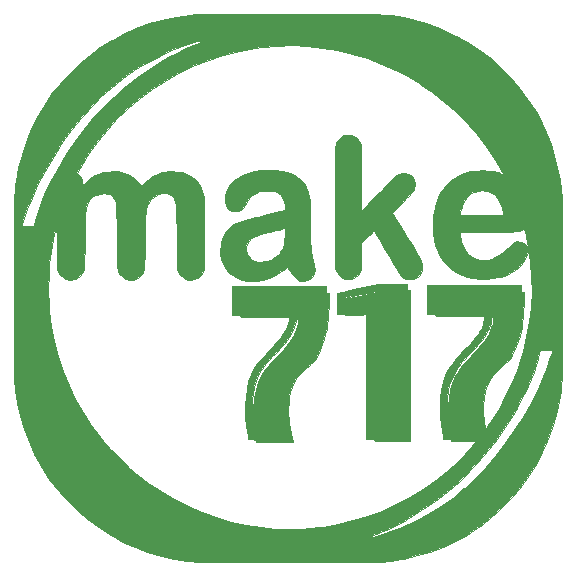
<source format=gbr>
G04 #@! TF.GenerationSoftware,KiCad,Pcbnew,(5.1.5)-3*
G04 #@! TF.CreationDate,2020-02-02T01:24:49-05:00*
G04 #@! TF.ProjectId,Make717-PCBWay,4d616b65-3731-4372-9d50-43425761792e,rev?*
G04 #@! TF.SameCoordinates,Original*
G04 #@! TF.FileFunction,Soldermask,Top*
G04 #@! TF.FilePolarity,Negative*
%FSLAX46Y46*%
G04 Gerber Fmt 4.6, Leading zero omitted, Abs format (unit mm)*
G04 Created by KiCad (PCBNEW (5.1.5)-3) date 2020-02-02 01:24:49*
%MOMM*%
%LPD*%
G04 APERTURE LIST*
%ADD10C,0.010000*%
G04 APERTURE END LIST*
D10*
G36*
X138233901Y-72280922D02*
G01*
X139190307Y-72281686D01*
X140229379Y-72283086D01*
X141129167Y-72284678D01*
X142077087Y-72286526D01*
X142944266Y-72288269D01*
X143734630Y-72289958D01*
X144452106Y-72291642D01*
X145100620Y-72293371D01*
X145684096Y-72295197D01*
X146206462Y-72297169D01*
X146671643Y-72299336D01*
X147083565Y-72301750D01*
X147446154Y-72304461D01*
X147763336Y-72307518D01*
X148039037Y-72310971D01*
X148277183Y-72314872D01*
X148481699Y-72319270D01*
X148656513Y-72324215D01*
X148805550Y-72329757D01*
X148932735Y-72335947D01*
X149041995Y-72342834D01*
X149137255Y-72350470D01*
X149222442Y-72358903D01*
X149301482Y-72368185D01*
X149378300Y-72378365D01*
X149456823Y-72389494D01*
X149468834Y-72391225D01*
X150509926Y-72567437D01*
X151493581Y-72788895D01*
X152436715Y-73060343D01*
X153356241Y-73386523D01*
X154062000Y-73679360D01*
X155108527Y-74186324D01*
X156115276Y-74765719D01*
X157078215Y-75413730D01*
X157993315Y-76126542D01*
X158856544Y-76900338D01*
X159663871Y-77731303D01*
X160411266Y-78615620D01*
X161094698Y-79549474D01*
X161710136Y-80529048D01*
X162144924Y-81331379D01*
X162604364Y-82307588D01*
X162991501Y-83279024D01*
X163311007Y-84261232D01*
X163567556Y-85269753D01*
X163765820Y-86320130D01*
X163870168Y-87069834D01*
X163879602Y-87151953D01*
X163888233Y-87237781D01*
X163896096Y-87331217D01*
X163903227Y-87436161D01*
X163909661Y-87556514D01*
X163915434Y-87696177D01*
X163920582Y-87859048D01*
X163925138Y-88049029D01*
X163929141Y-88270019D01*
X163932623Y-88525919D01*
X163935622Y-88820629D01*
X163938173Y-89158049D01*
X163940311Y-89542080D01*
X163942071Y-89976622D01*
X163943490Y-90465574D01*
X163944603Y-91012838D01*
X163945444Y-91622313D01*
X163946050Y-92297900D01*
X163946457Y-93043498D01*
X163946699Y-93863009D01*
X163946812Y-94760332D01*
X163946834Y-95494167D01*
X163946872Y-96469258D01*
X163946913Y-97363746D01*
X163946848Y-98181695D01*
X163946567Y-98927168D01*
X163945961Y-99604228D01*
X163944920Y-100216940D01*
X163943334Y-100769366D01*
X163941094Y-101265571D01*
X163938090Y-101709618D01*
X163934213Y-102105571D01*
X163929353Y-102457492D01*
X163923400Y-102769447D01*
X163916246Y-103045497D01*
X163907779Y-103289708D01*
X163897892Y-103506141D01*
X163886474Y-103698862D01*
X163873415Y-103871933D01*
X163858606Y-104029418D01*
X163841938Y-104175381D01*
X163823300Y-104313886D01*
X163802584Y-104448995D01*
X163779680Y-104584772D01*
X163754478Y-104725281D01*
X163726868Y-104874586D01*
X163696742Y-105036750D01*
X163688272Y-105082667D01*
X163432523Y-106242536D01*
X163098582Y-107371960D01*
X162688315Y-108468046D01*
X162203588Y-109527903D01*
X161646266Y-110548640D01*
X161018214Y-111527363D01*
X160321299Y-112461182D01*
X159557387Y-113347206D01*
X158728342Y-114182541D01*
X157836030Y-114964297D01*
X156882318Y-115689583D01*
X156813667Y-115737911D01*
X155872420Y-116347145D01*
X154879360Y-116894647D01*
X153844824Y-117376179D01*
X152779148Y-117787505D01*
X151692671Y-118124387D01*
X150595729Y-118382588D01*
X150171829Y-118460286D01*
X150009370Y-118487828D01*
X149860193Y-118513030D01*
X149720111Y-118535999D01*
X149584935Y-118556842D01*
X149450476Y-118575667D01*
X149312545Y-118592581D01*
X149166954Y-118607690D01*
X149009514Y-118621101D01*
X148836037Y-118632923D01*
X148642333Y-118643261D01*
X148424215Y-118652224D01*
X148177493Y-118659917D01*
X147897978Y-118666449D01*
X147581483Y-118671927D01*
X147223818Y-118676456D01*
X146820794Y-118680146D01*
X146368224Y-118683102D01*
X145861918Y-118685432D01*
X145297687Y-118687243D01*
X144671344Y-118688641D01*
X143978698Y-118689736D01*
X143215563Y-118690632D01*
X142377748Y-118691438D01*
X141461066Y-118692260D01*
X141086834Y-118692603D01*
X140294651Y-118693264D01*
X139522771Y-118693760D01*
X138775679Y-118694095D01*
X138057860Y-118694270D01*
X137373798Y-118694291D01*
X136727979Y-118694162D01*
X136124888Y-118693884D01*
X135569010Y-118693464D01*
X135064829Y-118692903D01*
X134616831Y-118692205D01*
X134229501Y-118691375D01*
X133907324Y-118690416D01*
X133654785Y-118689332D01*
X133476368Y-118688126D01*
X133376559Y-118686801D01*
X133361000Y-118686309D01*
X132221787Y-118590590D01*
X131085018Y-118414551D01*
X129959205Y-118160780D01*
X128852859Y-117831862D01*
X127774492Y-117430385D01*
X126732615Y-116958933D01*
X126214744Y-116679009D01*
X147373126Y-116679009D01*
X147410827Y-116677638D01*
X147498807Y-116660201D01*
X147645908Y-116624804D01*
X147860974Y-116569551D01*
X148007380Y-116531082D01*
X149197921Y-116173268D01*
X150366057Y-115735465D01*
X151506186Y-115220664D01*
X152612708Y-114631858D01*
X153680021Y-113972040D01*
X154702524Y-113244202D01*
X155674616Y-112451337D01*
X155723160Y-112408843D01*
X156629524Y-111562422D01*
X157507865Y-110642081D01*
X158352905Y-109655453D01*
X159159371Y-108610171D01*
X159921988Y-107513868D01*
X160635479Y-106374177D01*
X161294571Y-105198731D01*
X161893989Y-103995163D01*
X162428456Y-102771106D01*
X162490877Y-102615928D01*
X162578965Y-102388414D01*
X162674804Y-102130110D01*
X162772508Y-101858035D01*
X162866188Y-101589206D01*
X162949955Y-101340638D01*
X163017923Y-101129350D01*
X163064202Y-100972359D01*
X163076506Y-100923417D01*
X163112334Y-100764667D01*
X162064613Y-100764667D01*
X162038114Y-100881084D01*
X161896781Y-101449178D01*
X161732754Y-102004817D01*
X161540302Y-102563380D01*
X161313696Y-103140249D01*
X161047206Y-103750804D01*
X160735101Y-104410424D01*
X160685664Y-104511167D01*
X160012190Y-105785321D01*
X159263398Y-107026428D01*
X158436685Y-108238700D01*
X158121512Y-108666188D01*
X157270505Y-109728308D01*
X156349014Y-110746427D01*
X155360779Y-111717279D01*
X154309542Y-112637597D01*
X153199041Y-113504116D01*
X152033016Y-114313570D01*
X150815209Y-115062692D01*
X150761348Y-115093726D01*
X150469481Y-115259501D01*
X150205438Y-115404451D01*
X149953438Y-115536183D01*
X149697698Y-115662306D01*
X149422436Y-115790429D01*
X149111871Y-115928161D01*
X148750219Y-116083109D01*
X148429632Y-116217841D01*
X148153232Y-116333653D01*
X147903333Y-116438945D01*
X147690334Y-116529288D01*
X147524637Y-116600254D01*
X147416640Y-116647411D01*
X147376861Y-116666209D01*
X147373126Y-116679009D01*
X126214744Y-116679009D01*
X125735740Y-116420094D01*
X125562753Y-116316762D01*
X124575852Y-115669391D01*
X123640159Y-114956389D01*
X122758828Y-114181458D01*
X121935010Y-113348303D01*
X121171855Y-112460627D01*
X120472517Y-111522135D01*
X119840146Y-110536531D01*
X119277893Y-109507518D01*
X118788911Y-108438801D01*
X118723502Y-108278834D01*
X118399621Y-107407003D01*
X118128299Y-106525782D01*
X117904503Y-105615870D01*
X117723200Y-104657966D01*
X117645419Y-104144327D01*
X117634179Y-104062696D01*
X117623897Y-103983127D01*
X117614521Y-103901652D01*
X117606002Y-103814304D01*
X117598286Y-103717119D01*
X117591324Y-103606129D01*
X117585063Y-103477368D01*
X117579452Y-103326870D01*
X117574441Y-103150668D01*
X117569977Y-102944797D01*
X117566009Y-102705289D01*
X117562487Y-102428180D01*
X117559358Y-102109501D01*
X117556572Y-101745288D01*
X117554076Y-101331573D01*
X117551821Y-100864391D01*
X117549754Y-100339774D01*
X117547824Y-99753758D01*
X117545981Y-99102375D01*
X117544171Y-98381660D01*
X117542345Y-97587645D01*
X117540451Y-96716366D01*
X117538717Y-95896334D01*
X117538141Y-95616303D01*
X120469174Y-95616303D01*
X120472083Y-96051077D01*
X120479783Y-96459668D01*
X120492360Y-96826408D01*
X120509899Y-97135629D01*
X120525719Y-97314500D01*
X120711748Y-98670203D01*
X120970880Y-99983709D01*
X121303834Y-101256744D01*
X121711333Y-102491038D01*
X122194097Y-103688318D01*
X122752848Y-104850311D01*
X123388307Y-105978747D01*
X124101195Y-107075353D01*
X124892234Y-108141858D01*
X125207885Y-108532834D01*
X125424315Y-108784128D01*
X125691543Y-109077132D01*
X125996112Y-109398414D01*
X126324568Y-109734548D01*
X126663455Y-110072102D01*
X126999318Y-110397650D01*
X127318703Y-110697761D01*
X127608154Y-110959006D01*
X127820668Y-111140531D01*
X128872263Y-111953227D01*
X129964987Y-112693580D01*
X131095619Y-113360306D01*
X132260937Y-113952123D01*
X133457718Y-114467749D01*
X134682741Y-114905900D01*
X135932784Y-115265295D01*
X137204625Y-115544650D01*
X138495044Y-115742683D01*
X139647500Y-115848925D01*
X139863600Y-115858639D01*
X140144452Y-115865247D01*
X140471271Y-115868852D01*
X140825277Y-115869561D01*
X141187686Y-115867476D01*
X141539717Y-115862704D01*
X141862586Y-115855348D01*
X142137511Y-115845514D01*
X142337788Y-115833925D01*
X143672850Y-115689983D01*
X144982063Y-115465620D01*
X146263854Y-115161475D01*
X147516652Y-114778188D01*
X148738882Y-114316399D01*
X149928972Y-113776748D01*
X151085348Y-113159873D01*
X152206439Y-112466416D01*
X153290671Y-111697015D01*
X154105977Y-111047750D01*
X154389393Y-110801891D01*
X154709776Y-110509012D01*
X155050493Y-110185472D01*
X155394909Y-109847626D01*
X155726392Y-109511831D01*
X156028308Y-109194444D01*
X156284023Y-108911822D01*
X156319040Y-108871500D01*
X156684194Y-108448167D01*
X155605930Y-108436869D01*
X155276394Y-108433176D01*
X155021853Y-108429286D01*
X154832641Y-108424347D01*
X154699089Y-108417503D01*
X154611528Y-108407900D01*
X154560291Y-108394685D01*
X154535711Y-108377004D01*
X154528117Y-108354001D01*
X154527667Y-108341619D01*
X154519896Y-108298441D01*
X154484830Y-108273224D01*
X154404834Y-108261239D01*
X154262277Y-108257761D01*
X154214513Y-108257667D01*
X153901358Y-108257667D01*
X153856552Y-107993084D01*
X153725318Y-107091346D01*
X153648073Y-106251942D01*
X153627295Y-105548334D01*
X154184159Y-105548334D01*
X154188503Y-105831309D01*
X154200435Y-106130574D01*
X154218727Y-106434367D01*
X154242147Y-106730925D01*
X154269466Y-107008486D01*
X154299454Y-107255290D01*
X154330881Y-107459573D01*
X154362518Y-107609575D01*
X154393134Y-107693534D01*
X154409910Y-107707334D01*
X154428715Y-107671104D01*
X154425669Y-107582593D01*
X154423667Y-107569750D01*
X154373041Y-107192612D01*
X154336945Y-106762798D01*
X154315741Y-106303561D01*
X154309788Y-105838149D01*
X154319447Y-105389814D01*
X154345078Y-104981807D01*
X154379028Y-104688502D01*
X154466082Y-104200296D01*
X154578330Y-103756026D01*
X154722349Y-103343428D01*
X154904717Y-102950241D01*
X155132010Y-102564200D01*
X155410805Y-102173043D01*
X155747680Y-101764505D01*
X156149212Y-101326324D01*
X156224042Y-101248348D01*
X156611430Y-100840908D01*
X156939960Y-100480622D01*
X157214997Y-100159469D01*
X157441901Y-99869428D01*
X157626035Y-99602477D01*
X157772760Y-99350593D01*
X157887439Y-99105755D01*
X157975433Y-98859943D01*
X158042105Y-98605132D01*
X158064861Y-98494430D01*
X158108120Y-98229645D01*
X158124694Y-98030040D01*
X158114568Y-97900349D01*
X158077727Y-97845302D01*
X158067029Y-97843667D01*
X158000562Y-97882206D01*
X157962771Y-97988394D01*
X157956667Y-98073191D01*
X157940140Y-98215307D01*
X157895522Y-98409733D01*
X157830261Y-98631932D01*
X157751802Y-98857365D01*
X157667592Y-99061494D01*
X157637718Y-99124207D01*
X157509580Y-99354691D01*
X157343564Y-99605634D01*
X157134404Y-99883652D01*
X156876833Y-100195361D01*
X156565584Y-100547377D01*
X156195390Y-100946313D01*
X156143273Y-101001321D01*
X155923149Y-101235964D01*
X155708175Y-101470232D01*
X155509951Y-101691104D01*
X155340072Y-101885554D01*
X155210137Y-102040559D01*
X155153426Y-102112876D01*
X154850899Y-102572249D01*
X154607463Y-103064547D01*
X154421097Y-103596928D01*
X154289781Y-104176552D01*
X154211495Y-104810580D01*
X154184218Y-105506171D01*
X154184159Y-105548334D01*
X153627295Y-105548334D01*
X153625035Y-105471807D01*
X153656417Y-104747876D01*
X153742437Y-104077084D01*
X153883311Y-103456369D01*
X154079255Y-102882664D01*
X154242230Y-102521500D01*
X154374808Y-102272139D01*
X154519528Y-102035297D01*
X154686163Y-101798150D01*
X154884488Y-101547873D01*
X155124278Y-101271641D01*
X155415308Y-100956630D01*
X155514635Y-100852056D01*
X155893011Y-100451722D01*
X156214431Y-100101503D01*
X156483929Y-99793844D01*
X156706540Y-99521194D01*
X156887298Y-99275997D01*
X157031237Y-99050699D01*
X157143390Y-98837748D01*
X157228794Y-98629589D01*
X157292481Y-98418669D01*
X157339485Y-98197433D01*
X157357344Y-98087084D01*
X157393516Y-97843667D01*
X155304425Y-97843667D01*
X154830463Y-97843596D01*
X154434212Y-97843196D01*
X154108715Y-97842184D01*
X153847015Y-97840278D01*
X153642155Y-97837198D01*
X153487180Y-97832660D01*
X153375132Y-97826382D01*
X153299056Y-97818084D01*
X153251994Y-97807483D01*
X153226991Y-97794296D01*
X153217090Y-97778242D01*
X153215334Y-97759040D01*
X153215334Y-97759000D01*
X153208263Y-97716816D01*
X153175698Y-97691533D01*
X153100607Y-97678896D01*
X152965959Y-97674645D01*
X152876667Y-97674334D01*
X152538000Y-97674334D01*
X152538000Y-96467834D01*
X153088334Y-96467834D01*
X153089433Y-96720998D01*
X153093480Y-96901114D01*
X153101597Y-97019780D01*
X153114907Y-97088593D01*
X153134531Y-97119152D01*
X153151834Y-97124000D01*
X153176333Y-97112638D01*
X153193764Y-97070818D01*
X153205248Y-96986942D01*
X153211907Y-96849412D01*
X153214864Y-96646631D01*
X153215334Y-96467834D01*
X153214234Y-96214669D01*
X153210187Y-96034553D01*
X153202070Y-95915887D01*
X153188760Y-95847074D01*
X153169136Y-95816515D01*
X153151834Y-95811667D01*
X153127334Y-95823029D01*
X153109903Y-95864849D01*
X153098419Y-95948725D01*
X153091760Y-96086255D01*
X153088803Y-96289036D01*
X153088334Y-96467834D01*
X152538000Y-96467834D01*
X152538000Y-95261334D01*
X160454334Y-95261334D01*
X160454334Y-95811667D01*
X160720531Y-95811667D01*
X160694779Y-96859417D01*
X160675871Y-97418987D01*
X160646432Y-97910695D01*
X160603221Y-98351033D01*
X160542997Y-98756492D01*
X160462518Y-99143564D01*
X160358542Y-99528737D01*
X160227830Y-99928505D01*
X160067138Y-100359358D01*
X159948796Y-100654803D01*
X159836936Y-100919102D01*
X159736591Y-101126521D01*
X159632814Y-101298436D01*
X159510660Y-101456224D01*
X159355183Y-101621259D01*
X159151437Y-101814919D01*
X159112750Y-101850550D01*
X158797514Y-102143063D01*
X158539617Y-102389661D01*
X158331371Y-102598646D01*
X158165083Y-102778319D01*
X158033065Y-102936984D01*
X157927625Y-103082942D01*
X157842603Y-103221773D01*
X157627063Y-103681646D01*
X157461963Y-104199623D01*
X157348944Y-104764617D01*
X157289643Y-105365547D01*
X157285701Y-105991326D01*
X157338641Y-106629976D01*
X157374915Y-106921417D01*
X157404291Y-107132886D01*
X157434686Y-107266028D01*
X157474017Y-107322490D01*
X157530202Y-107303915D01*
X157611156Y-107211950D01*
X157724798Y-107048240D01*
X157879044Y-106814431D01*
X157921028Y-106751015D01*
X158576696Y-105704591D01*
X159154926Y-104654246D01*
X159662308Y-103585682D01*
X160105432Y-102484597D01*
X160490887Y-101336693D01*
X160622592Y-100888836D01*
X160934249Y-99635065D01*
X161163622Y-98366796D01*
X161310537Y-97088601D01*
X161374817Y-95805052D01*
X161356286Y-94520723D01*
X161254768Y-93240185D01*
X161070086Y-91968011D01*
X160983590Y-91514834D01*
X160917438Y-91191701D01*
X160864671Y-90942674D01*
X160822536Y-90758743D01*
X160788277Y-90630897D01*
X160759143Y-90550127D01*
X160732379Y-90507424D01*
X160705232Y-90493778D01*
X160674949Y-90500180D01*
X160673654Y-90500718D01*
X160570439Y-90544152D01*
X160479092Y-90581104D01*
X160392055Y-90612135D01*
X160301769Y-90637805D01*
X160200677Y-90658676D01*
X160081222Y-90675310D01*
X159935845Y-90688266D01*
X159756989Y-90698106D01*
X159537097Y-90705392D01*
X159268609Y-90710684D01*
X158943970Y-90714544D01*
X158555620Y-90717532D01*
X158096003Y-90720209D01*
X157687362Y-90722420D01*
X155280224Y-90735596D01*
X155310390Y-91019381D01*
X155394026Y-91472362D01*
X155541827Y-91886151D01*
X155749050Y-92253388D01*
X156010955Y-92566710D01*
X156322801Y-92818756D01*
X156552063Y-92947202D01*
X156680778Y-93005647D01*
X156788021Y-93044052D01*
X156897764Y-93066577D01*
X157033976Y-93077379D01*
X157220627Y-93080616D01*
X157321667Y-93080720D01*
X157558706Y-93077307D01*
X157736156Y-93065434D01*
X157878930Y-93041893D01*
X158011943Y-93003473D01*
X158062500Y-92985282D01*
X158314750Y-92869719D01*
X158583612Y-92703532D01*
X158877604Y-92480602D01*
X159205246Y-92194809D01*
X159345168Y-92063866D01*
X159516344Y-91905201D01*
X159675034Y-91765784D01*
X159807288Y-91657320D01*
X159899158Y-91591512D01*
X159922785Y-91579239D01*
X160120420Y-91538546D01*
X160349004Y-91543390D01*
X160569902Y-91591074D01*
X160667614Y-91631250D01*
X160853556Y-91767074D01*
X160975849Y-91948938D01*
X161035731Y-92168499D01*
X161034445Y-92417413D01*
X160973230Y-92687338D01*
X160853328Y-92969929D01*
X160675979Y-93256845D01*
X160442425Y-93539741D01*
X160373171Y-93611084D01*
X159986488Y-93948388D01*
X159565955Y-94220058D01*
X159104791Y-94428738D01*
X158596216Y-94577073D01*
X158033448Y-94667709D01*
X157584184Y-94698971D01*
X156976268Y-94698719D01*
X156428283Y-94649712D01*
X155929197Y-94549378D01*
X155467978Y-94395143D01*
X155033593Y-94184433D01*
X154817819Y-94053740D01*
X154395992Y-93731475D01*
X154019488Y-93342929D01*
X153694776Y-92897047D01*
X153428325Y-92402772D01*
X153226606Y-91869050D01*
X153218802Y-91843063D01*
X153104121Y-91353205D01*
X153031558Y-90812870D01*
X153001438Y-90245214D01*
X153014081Y-89673389D01*
X153048225Y-89334667D01*
X155288054Y-89334667D01*
X158982422Y-89334667D01*
X158952170Y-89091250D01*
X158864929Y-88652549D01*
X158720343Y-88259934D01*
X158522744Y-87919688D01*
X158276465Y-87638095D01*
X157985835Y-87421439D01*
X157714299Y-87295525D01*
X157443742Y-87233611D01*
X157136570Y-87217035D01*
X156824711Y-87244153D01*
X156540091Y-87313322D01*
X156420075Y-87362149D01*
X156132703Y-87544169D01*
X155875553Y-87794200D01*
X155663479Y-88096992D01*
X155613930Y-88189689D01*
X155552696Y-88319992D01*
X155500817Y-88452244D01*
X155453212Y-88603856D01*
X155404801Y-88792242D01*
X155350503Y-89034815D01*
X155307664Y-89239417D01*
X155288054Y-89334667D01*
X153048225Y-89334667D01*
X153069810Y-89120551D01*
X153168947Y-88609854D01*
X153173580Y-88591566D01*
X153362645Y-88003103D01*
X153612712Y-87472562D01*
X153921351Y-87001791D01*
X154286130Y-86592634D01*
X154704618Y-86246938D01*
X155174384Y-85966548D01*
X155692997Y-85753311D01*
X156258026Y-85609072D01*
X156867040Y-85535678D01*
X157210795Y-85526144D01*
X157683337Y-85544336D01*
X158102903Y-85598567D01*
X158494833Y-85692701D01*
X158665750Y-85747998D01*
X158810584Y-85795465D01*
X158918595Y-85825234D01*
X158970630Y-85832185D01*
X158972667Y-85830037D01*
X158951522Y-85777353D01*
X158892791Y-85664823D01*
X158803528Y-85504543D01*
X158690786Y-85308608D01*
X158561621Y-85089114D01*
X158423086Y-84858156D01*
X158282237Y-84627831D01*
X158146126Y-84410234D01*
X158127973Y-84381667D01*
X157415195Y-83339510D01*
X156630808Y-82336707D01*
X155781285Y-81379870D01*
X154873095Y-80475609D01*
X153912711Y-79630537D01*
X152906602Y-78851266D01*
X152305167Y-78432383D01*
X151834698Y-78123548D01*
X151404078Y-77854420D01*
X150988130Y-77610486D01*
X150561675Y-77377230D01*
X150099538Y-77140139D01*
X149849834Y-77016896D01*
X148656577Y-76480630D01*
X147436886Y-76023433D01*
X146194792Y-75645894D01*
X144934328Y-75348606D01*
X143659527Y-75132157D01*
X142374420Y-74997138D01*
X141083041Y-74944140D01*
X139789423Y-74973754D01*
X138497596Y-75086569D01*
X137573167Y-75219260D01*
X136281052Y-75477669D01*
X135018348Y-75814543D01*
X133787738Y-76228006D01*
X132591902Y-76716186D01*
X131433523Y-77277209D01*
X130315283Y-77909203D01*
X129239863Y-78610293D01*
X128209945Y-79378607D01*
X127228210Y-80212270D01*
X126297341Y-81109411D01*
X125420020Y-82068155D01*
X124598928Y-83086629D01*
X123836746Y-84162960D01*
X123136157Y-85295275D01*
X123127735Y-85309890D01*
X122873601Y-85751281D01*
X123001017Y-85858494D01*
X123110492Y-85982937D01*
X123212260Y-86152665D01*
X123289928Y-86334571D01*
X123327109Y-86495544D01*
X123328235Y-86519500D01*
X123339046Y-86648034D01*
X123373624Y-86703296D01*
X123439342Y-86686383D01*
X123543570Y-86598387D01*
X123584217Y-86557500D01*
X123722224Y-86427515D01*
X123890688Y-86285591D01*
X124026500Y-86182015D01*
X124387142Y-85950970D01*
X124741675Y-85783494D01*
X125111268Y-85673008D01*
X125517091Y-85612933D01*
X125910334Y-85596574D01*
X126271482Y-85605764D01*
X126575870Y-85639824D01*
X126849076Y-85703919D01*
X127116680Y-85803213D01*
X127258638Y-85868775D01*
X127454906Y-85985987D01*
X127671265Y-86149665D01*
X127883559Y-86338402D01*
X128067633Y-86530790D01*
X128195198Y-86698770D01*
X128299896Y-86865482D01*
X128505209Y-86640837D01*
X128863478Y-86305479D01*
X129273709Y-86020173D01*
X129716072Y-85797033D01*
X130101334Y-85665611D01*
X130347966Y-85620654D01*
X130648669Y-85597140D01*
X130975702Y-85594714D01*
X131301324Y-85613019D01*
X131597793Y-85651702D01*
X131758858Y-85686838D01*
X132214058Y-85843875D01*
X132606028Y-86056434D01*
X132936070Y-86325955D01*
X133205490Y-86653880D01*
X133415592Y-87041648D01*
X133567679Y-87490700D01*
X133623951Y-87747167D01*
X133635521Y-87832467D01*
X133645501Y-87957095D01*
X133653978Y-88126116D01*
X133661039Y-88344597D01*
X133666770Y-88617606D01*
X133671257Y-88950209D01*
X133674587Y-89347472D01*
X133676846Y-89814462D01*
X133678122Y-90356247D01*
X133678500Y-90943334D01*
X133678500Y-93843167D01*
X133581980Y-94052503D01*
X133450106Y-94297431D01*
X133305194Y-94476365D01*
X133130302Y-94607886D01*
X133026862Y-94661425D01*
X132794220Y-94736423D01*
X132532446Y-94769402D01*
X132274376Y-94759075D01*
X132052845Y-94704156D01*
X132042759Y-94699979D01*
X131825863Y-94569606D01*
X131628352Y-94380911D01*
X131476293Y-94159975D01*
X131450515Y-94107396D01*
X131350241Y-93885500D01*
X131324396Y-91260834D01*
X131318492Y-90684259D01*
X131312602Y-90185723D01*
X131306206Y-89758598D01*
X131298784Y-89396259D01*
X131289818Y-89092077D01*
X131278789Y-88839426D01*
X131265177Y-88631680D01*
X131248464Y-88462211D01*
X131228129Y-88324393D01*
X131203654Y-88211600D01*
X131174520Y-88117204D01*
X131140207Y-88034579D01*
X131100196Y-87957097D01*
X131060179Y-87888433D01*
X130900725Y-87684221D01*
X130703604Y-87547182D01*
X130458668Y-87472126D01*
X130209073Y-87453185D01*
X130015253Y-87461192D01*
X129860631Y-87491824D01*
X129700694Y-87555000D01*
X129655865Y-87576453D01*
X129387863Y-87744171D01*
X129147577Y-87963830D01*
X128957708Y-88212787D01*
X128888427Y-88341932D01*
X128841362Y-88449551D01*
X128800947Y-88556302D01*
X128766569Y-88669563D01*
X128737615Y-88796712D01*
X128713474Y-88945125D01*
X128693532Y-89122179D01*
X128677177Y-89335252D01*
X128663798Y-89591722D01*
X128652780Y-89898964D01*
X128643513Y-90264357D01*
X128635382Y-90695278D01*
X128627777Y-91199105D01*
X128623256Y-91536000D01*
X128616352Y-92060288D01*
X128609855Y-92507071D01*
X128603000Y-92883503D01*
X128595020Y-93196739D01*
X128585149Y-93453932D01*
X128572621Y-93662237D01*
X128556669Y-93828806D01*
X128536526Y-93960794D01*
X128511427Y-94065356D01*
X128480606Y-94149644D01*
X128443294Y-94220814D01*
X128398728Y-94286018D01*
X128346139Y-94352411D01*
X128317869Y-94386745D01*
X128103683Y-94582549D01*
X127841573Y-94708700D01*
X127532096Y-94764959D01*
X127433303Y-94768167D01*
X127248610Y-94763255D01*
X127111427Y-94741964D01*
X126984990Y-94696046D01*
X126882969Y-94644715D01*
X126657677Y-94479323D01*
X126470162Y-94252716D01*
X126337231Y-93985703D01*
X126327233Y-93956506D01*
X126315398Y-93891215D01*
X126304546Y-93768411D01*
X126294583Y-93584631D01*
X126285413Y-93336411D01*
X126276942Y-93020289D01*
X126269074Y-92632799D01*
X126261715Y-92170480D01*
X126254768Y-91629867D01*
X126249183Y-91112667D01*
X126243475Y-90562303D01*
X126238083Y-90089997D01*
X126232778Y-89689145D01*
X126227329Y-89353139D01*
X126221504Y-89075373D01*
X126215075Y-88849242D01*
X126207809Y-88668139D01*
X126199478Y-88525459D01*
X126189851Y-88414594D01*
X126178697Y-88328940D01*
X126165785Y-88261890D01*
X126150886Y-88206837D01*
X126147459Y-88196108D01*
X126027804Y-87910259D01*
X125876200Y-87699507D01*
X125684240Y-87557622D01*
X125443520Y-87478374D01*
X125148334Y-87455507D01*
X124791205Y-87484563D01*
X124492186Y-87567066D01*
X124241228Y-87706239D01*
X124158624Y-87772668D01*
X124025209Y-87904272D01*
X123919280Y-88046769D01*
X123831059Y-88218893D01*
X123750765Y-88439379D01*
X123677038Y-88695236D01*
X123653469Y-88784674D01*
X123633487Y-88867331D01*
X123616694Y-88951002D01*
X123602692Y-89043483D01*
X123591085Y-89152570D01*
X123581474Y-89286059D01*
X123573462Y-89451745D01*
X123566652Y-89657426D01*
X123560645Y-89910895D01*
X123555045Y-90219949D01*
X123549453Y-90592385D01*
X123543472Y-91035997D01*
X123538635Y-91409000D01*
X123530707Y-91972231D01*
X123522449Y-92454751D01*
X123513727Y-92860514D01*
X123504412Y-93193475D01*
X123494369Y-93457589D01*
X123483468Y-93656811D01*
X123471576Y-93795096D01*
X123458562Y-93876398D01*
X123456024Y-93885500D01*
X123322001Y-94203980D01*
X123140471Y-94455041D01*
X122913264Y-94636435D01*
X122798834Y-94693794D01*
X122623428Y-94741273D01*
X122404413Y-94763178D01*
X122176464Y-94759270D01*
X121974252Y-94729314D01*
X121882759Y-94700053D01*
X121665717Y-94569505D01*
X121468123Y-94380648D01*
X121316058Y-94159582D01*
X121290478Y-94107396D01*
X121266594Y-94053045D01*
X121246742Y-93999804D01*
X121230448Y-93939474D01*
X121217240Y-93863854D01*
X121206644Y-93764743D01*
X121198187Y-93633940D01*
X121191397Y-93463244D01*
X121185800Y-93244454D01*
X121180922Y-92969370D01*
X121176292Y-92629790D01*
X121171435Y-92217514D01*
X121169000Y-92001667D01*
X121164061Y-91616073D01*
X121158341Y-91261629D01*
X121152055Y-90946206D01*
X121145416Y-90677675D01*
X121138637Y-90463907D01*
X121131933Y-90312772D01*
X121125517Y-90232140D01*
X121120740Y-90223667D01*
X120871658Y-91311471D01*
X120669740Y-92438081D01*
X120547524Y-93335167D01*
X120523490Y-93598030D01*
X120503731Y-93928714D01*
X120488335Y-94311550D01*
X120477386Y-94730872D01*
X120470970Y-95171012D01*
X120469174Y-95616303D01*
X117538141Y-95616303D01*
X117536701Y-94916605D01*
X117534999Y-94017456D01*
X117533680Y-93194799D01*
X117532816Y-92444548D01*
X117532476Y-91762616D01*
X117532732Y-91144916D01*
X117533655Y-90587360D01*
X117534975Y-90188291D01*
X118205667Y-90188291D01*
X118211150Y-90221975D01*
X118236888Y-90244102D01*
X118296810Y-90256534D01*
X118404847Y-90261131D01*
X118574929Y-90259757D01*
X118717707Y-90256720D01*
X119229747Y-90244834D01*
X119348914Y-89779167D01*
X119574595Y-89008227D01*
X119865597Y-88198005D01*
X120217442Y-87357137D01*
X120625649Y-86494260D01*
X121085738Y-85618011D01*
X121593231Y-84737026D01*
X122143646Y-83859940D01*
X122732506Y-82995392D01*
X123197695Y-82359062D01*
X124057170Y-81288752D01*
X124986042Y-80266144D01*
X125982948Y-79292447D01*
X127046526Y-78368872D01*
X128175412Y-77496630D01*
X129368244Y-76676931D01*
X130136502Y-76197328D01*
X130720349Y-75860672D01*
X131324638Y-75542149D01*
X131968266Y-75232390D01*
X132670133Y-74922029D01*
X132928315Y-74813490D01*
X133189529Y-74703937D01*
X133421458Y-74604670D01*
X133613689Y-74520312D01*
X133755810Y-74455483D01*
X133837410Y-74414806D01*
X133852880Y-74403103D01*
X133803468Y-74404236D01*
X133685892Y-74427648D01*
X133512642Y-74469845D01*
X133296203Y-74527334D01*
X133049064Y-74596624D01*
X132783710Y-74674222D01*
X132512630Y-74756634D01*
X132248309Y-74840370D01*
X132027500Y-74913643D01*
X130858471Y-75355894D01*
X129712374Y-75877650D01*
X128597013Y-76475111D01*
X127730667Y-77005963D01*
X126773814Y-77673808D01*
X125839247Y-78419493D01*
X124930719Y-79238241D01*
X124051984Y-80125279D01*
X123206796Y-81075831D01*
X122398908Y-82085123D01*
X121632074Y-83148379D01*
X120910048Y-84260826D01*
X120236582Y-85417688D01*
X119615431Y-86614191D01*
X119050349Y-87845560D01*
X118868451Y-88279152D01*
X118772002Y-88521065D01*
X118670597Y-88786495D01*
X118568814Y-89062257D01*
X118471229Y-89335166D01*
X118382420Y-89592039D01*
X118306963Y-89819690D01*
X118249436Y-90004936D01*
X118214415Y-90134593D01*
X118205667Y-90188291D01*
X117534975Y-90188291D01*
X117535314Y-90085863D01*
X117537781Y-89636337D01*
X117541126Y-89234696D01*
X117545420Y-88876851D01*
X117550734Y-88558718D01*
X117557138Y-88276208D01*
X117564703Y-88025235D01*
X117573499Y-87801712D01*
X117583597Y-87601552D01*
X117595069Y-87420668D01*
X117607984Y-87254973D01*
X117622413Y-87100381D01*
X117638427Y-86952804D01*
X117656096Y-86808155D01*
X117675492Y-86662349D01*
X117696684Y-86511297D01*
X117701564Y-86477167D01*
X117908026Y-85330904D01*
X118194003Y-84208626D01*
X118556816Y-83114009D01*
X118993785Y-82050731D01*
X119502229Y-81022467D01*
X120079469Y-80032894D01*
X120722826Y-79085689D01*
X121429620Y-78184529D01*
X122197170Y-77333090D01*
X123022797Y-76535049D01*
X123903821Y-75794083D01*
X124837563Y-75113868D01*
X125821343Y-74498081D01*
X126062164Y-74369834D01*
X133953667Y-74369834D01*
X133974834Y-74391000D01*
X133996000Y-74369834D01*
X133974834Y-74348667D01*
X133953667Y-74369834D01*
X126062164Y-74369834D01*
X126820500Y-73965990D01*
X127901518Y-73481852D01*
X128996860Y-73080151D01*
X130111636Y-72759491D01*
X131250955Y-72518474D01*
X132419924Y-72355701D01*
X132853000Y-72315666D01*
X132973090Y-72309162D01*
X133163679Y-72303340D01*
X133425871Y-72298195D01*
X133760774Y-72293723D01*
X134169494Y-72289921D01*
X134653136Y-72286783D01*
X135212807Y-72284306D01*
X135849613Y-72282485D01*
X136564660Y-72281317D01*
X137359054Y-72280797D01*
X138233901Y-72280922D01*
G37*
X138233901Y-72280922D02*
X139190307Y-72281686D01*
X140229379Y-72283086D01*
X141129167Y-72284678D01*
X142077087Y-72286526D01*
X142944266Y-72288269D01*
X143734630Y-72289958D01*
X144452106Y-72291642D01*
X145100620Y-72293371D01*
X145684096Y-72295197D01*
X146206462Y-72297169D01*
X146671643Y-72299336D01*
X147083565Y-72301750D01*
X147446154Y-72304461D01*
X147763336Y-72307518D01*
X148039037Y-72310971D01*
X148277183Y-72314872D01*
X148481699Y-72319270D01*
X148656513Y-72324215D01*
X148805550Y-72329757D01*
X148932735Y-72335947D01*
X149041995Y-72342834D01*
X149137255Y-72350470D01*
X149222442Y-72358903D01*
X149301482Y-72368185D01*
X149378300Y-72378365D01*
X149456823Y-72389494D01*
X149468834Y-72391225D01*
X150509926Y-72567437D01*
X151493581Y-72788895D01*
X152436715Y-73060343D01*
X153356241Y-73386523D01*
X154062000Y-73679360D01*
X155108527Y-74186324D01*
X156115276Y-74765719D01*
X157078215Y-75413730D01*
X157993315Y-76126542D01*
X158856544Y-76900338D01*
X159663871Y-77731303D01*
X160411266Y-78615620D01*
X161094698Y-79549474D01*
X161710136Y-80529048D01*
X162144924Y-81331379D01*
X162604364Y-82307588D01*
X162991501Y-83279024D01*
X163311007Y-84261232D01*
X163567556Y-85269753D01*
X163765820Y-86320130D01*
X163870168Y-87069834D01*
X163879602Y-87151953D01*
X163888233Y-87237781D01*
X163896096Y-87331217D01*
X163903227Y-87436161D01*
X163909661Y-87556514D01*
X163915434Y-87696177D01*
X163920582Y-87859048D01*
X163925138Y-88049029D01*
X163929141Y-88270019D01*
X163932623Y-88525919D01*
X163935622Y-88820629D01*
X163938173Y-89158049D01*
X163940311Y-89542080D01*
X163942071Y-89976622D01*
X163943490Y-90465574D01*
X163944603Y-91012838D01*
X163945444Y-91622313D01*
X163946050Y-92297900D01*
X163946457Y-93043498D01*
X163946699Y-93863009D01*
X163946812Y-94760332D01*
X163946834Y-95494167D01*
X163946872Y-96469258D01*
X163946913Y-97363746D01*
X163946848Y-98181695D01*
X163946567Y-98927168D01*
X163945961Y-99604228D01*
X163944920Y-100216940D01*
X163943334Y-100769366D01*
X163941094Y-101265571D01*
X163938090Y-101709618D01*
X163934213Y-102105571D01*
X163929353Y-102457492D01*
X163923400Y-102769447D01*
X163916246Y-103045497D01*
X163907779Y-103289708D01*
X163897892Y-103506141D01*
X163886474Y-103698862D01*
X163873415Y-103871933D01*
X163858606Y-104029418D01*
X163841938Y-104175381D01*
X163823300Y-104313886D01*
X163802584Y-104448995D01*
X163779680Y-104584772D01*
X163754478Y-104725281D01*
X163726868Y-104874586D01*
X163696742Y-105036750D01*
X163688272Y-105082667D01*
X163432523Y-106242536D01*
X163098582Y-107371960D01*
X162688315Y-108468046D01*
X162203588Y-109527903D01*
X161646266Y-110548640D01*
X161018214Y-111527363D01*
X160321299Y-112461182D01*
X159557387Y-113347206D01*
X158728342Y-114182541D01*
X157836030Y-114964297D01*
X156882318Y-115689583D01*
X156813667Y-115737911D01*
X155872420Y-116347145D01*
X154879360Y-116894647D01*
X153844824Y-117376179D01*
X152779148Y-117787505D01*
X151692671Y-118124387D01*
X150595729Y-118382588D01*
X150171829Y-118460286D01*
X150009370Y-118487828D01*
X149860193Y-118513030D01*
X149720111Y-118535999D01*
X149584935Y-118556842D01*
X149450476Y-118575667D01*
X149312545Y-118592581D01*
X149166954Y-118607690D01*
X149009514Y-118621101D01*
X148836037Y-118632923D01*
X148642333Y-118643261D01*
X148424215Y-118652224D01*
X148177493Y-118659917D01*
X147897978Y-118666449D01*
X147581483Y-118671927D01*
X147223818Y-118676456D01*
X146820794Y-118680146D01*
X146368224Y-118683102D01*
X145861918Y-118685432D01*
X145297687Y-118687243D01*
X144671344Y-118688641D01*
X143978698Y-118689736D01*
X143215563Y-118690632D01*
X142377748Y-118691438D01*
X141461066Y-118692260D01*
X141086834Y-118692603D01*
X140294651Y-118693264D01*
X139522771Y-118693760D01*
X138775679Y-118694095D01*
X138057860Y-118694270D01*
X137373798Y-118694291D01*
X136727979Y-118694162D01*
X136124888Y-118693884D01*
X135569010Y-118693464D01*
X135064829Y-118692903D01*
X134616831Y-118692205D01*
X134229501Y-118691375D01*
X133907324Y-118690416D01*
X133654785Y-118689332D01*
X133476368Y-118688126D01*
X133376559Y-118686801D01*
X133361000Y-118686309D01*
X132221787Y-118590590D01*
X131085018Y-118414551D01*
X129959205Y-118160780D01*
X128852859Y-117831862D01*
X127774492Y-117430385D01*
X126732615Y-116958933D01*
X126214744Y-116679009D01*
X147373126Y-116679009D01*
X147410827Y-116677638D01*
X147498807Y-116660201D01*
X147645908Y-116624804D01*
X147860974Y-116569551D01*
X148007380Y-116531082D01*
X149197921Y-116173268D01*
X150366057Y-115735465D01*
X151506186Y-115220664D01*
X152612708Y-114631858D01*
X153680021Y-113972040D01*
X154702524Y-113244202D01*
X155674616Y-112451337D01*
X155723160Y-112408843D01*
X156629524Y-111562422D01*
X157507865Y-110642081D01*
X158352905Y-109655453D01*
X159159371Y-108610171D01*
X159921988Y-107513868D01*
X160635479Y-106374177D01*
X161294571Y-105198731D01*
X161893989Y-103995163D01*
X162428456Y-102771106D01*
X162490877Y-102615928D01*
X162578965Y-102388414D01*
X162674804Y-102130110D01*
X162772508Y-101858035D01*
X162866188Y-101589206D01*
X162949955Y-101340638D01*
X163017923Y-101129350D01*
X163064202Y-100972359D01*
X163076506Y-100923417D01*
X163112334Y-100764667D01*
X162064613Y-100764667D01*
X162038114Y-100881084D01*
X161896781Y-101449178D01*
X161732754Y-102004817D01*
X161540302Y-102563380D01*
X161313696Y-103140249D01*
X161047206Y-103750804D01*
X160735101Y-104410424D01*
X160685664Y-104511167D01*
X160012190Y-105785321D01*
X159263398Y-107026428D01*
X158436685Y-108238700D01*
X158121512Y-108666188D01*
X157270505Y-109728308D01*
X156349014Y-110746427D01*
X155360779Y-111717279D01*
X154309542Y-112637597D01*
X153199041Y-113504116D01*
X152033016Y-114313570D01*
X150815209Y-115062692D01*
X150761348Y-115093726D01*
X150469481Y-115259501D01*
X150205438Y-115404451D01*
X149953438Y-115536183D01*
X149697698Y-115662306D01*
X149422436Y-115790429D01*
X149111871Y-115928161D01*
X148750219Y-116083109D01*
X148429632Y-116217841D01*
X148153232Y-116333653D01*
X147903333Y-116438945D01*
X147690334Y-116529288D01*
X147524637Y-116600254D01*
X147416640Y-116647411D01*
X147376861Y-116666209D01*
X147373126Y-116679009D01*
X126214744Y-116679009D01*
X125735740Y-116420094D01*
X125562753Y-116316762D01*
X124575852Y-115669391D01*
X123640159Y-114956389D01*
X122758828Y-114181458D01*
X121935010Y-113348303D01*
X121171855Y-112460627D01*
X120472517Y-111522135D01*
X119840146Y-110536531D01*
X119277893Y-109507518D01*
X118788911Y-108438801D01*
X118723502Y-108278834D01*
X118399621Y-107407003D01*
X118128299Y-106525782D01*
X117904503Y-105615870D01*
X117723200Y-104657966D01*
X117645419Y-104144327D01*
X117634179Y-104062696D01*
X117623897Y-103983127D01*
X117614521Y-103901652D01*
X117606002Y-103814304D01*
X117598286Y-103717119D01*
X117591324Y-103606129D01*
X117585063Y-103477368D01*
X117579452Y-103326870D01*
X117574441Y-103150668D01*
X117569977Y-102944797D01*
X117566009Y-102705289D01*
X117562487Y-102428180D01*
X117559358Y-102109501D01*
X117556572Y-101745288D01*
X117554076Y-101331573D01*
X117551821Y-100864391D01*
X117549754Y-100339774D01*
X117547824Y-99753758D01*
X117545981Y-99102375D01*
X117544171Y-98381660D01*
X117542345Y-97587645D01*
X117540451Y-96716366D01*
X117538717Y-95896334D01*
X117538141Y-95616303D01*
X120469174Y-95616303D01*
X120472083Y-96051077D01*
X120479783Y-96459668D01*
X120492360Y-96826408D01*
X120509899Y-97135629D01*
X120525719Y-97314500D01*
X120711748Y-98670203D01*
X120970880Y-99983709D01*
X121303834Y-101256744D01*
X121711333Y-102491038D01*
X122194097Y-103688318D01*
X122752848Y-104850311D01*
X123388307Y-105978747D01*
X124101195Y-107075353D01*
X124892234Y-108141858D01*
X125207885Y-108532834D01*
X125424315Y-108784128D01*
X125691543Y-109077132D01*
X125996112Y-109398414D01*
X126324568Y-109734548D01*
X126663455Y-110072102D01*
X126999318Y-110397650D01*
X127318703Y-110697761D01*
X127608154Y-110959006D01*
X127820668Y-111140531D01*
X128872263Y-111953227D01*
X129964987Y-112693580D01*
X131095619Y-113360306D01*
X132260937Y-113952123D01*
X133457718Y-114467749D01*
X134682741Y-114905900D01*
X135932784Y-115265295D01*
X137204625Y-115544650D01*
X138495044Y-115742683D01*
X139647500Y-115848925D01*
X139863600Y-115858639D01*
X140144452Y-115865247D01*
X140471271Y-115868852D01*
X140825277Y-115869561D01*
X141187686Y-115867476D01*
X141539717Y-115862704D01*
X141862586Y-115855348D01*
X142137511Y-115845514D01*
X142337788Y-115833925D01*
X143672850Y-115689983D01*
X144982063Y-115465620D01*
X146263854Y-115161475D01*
X147516652Y-114778188D01*
X148738882Y-114316399D01*
X149928972Y-113776748D01*
X151085348Y-113159873D01*
X152206439Y-112466416D01*
X153290671Y-111697015D01*
X154105977Y-111047750D01*
X154389393Y-110801891D01*
X154709776Y-110509012D01*
X155050493Y-110185472D01*
X155394909Y-109847626D01*
X155726392Y-109511831D01*
X156028308Y-109194444D01*
X156284023Y-108911822D01*
X156319040Y-108871500D01*
X156684194Y-108448167D01*
X155605930Y-108436869D01*
X155276394Y-108433176D01*
X155021853Y-108429286D01*
X154832641Y-108424347D01*
X154699089Y-108417503D01*
X154611528Y-108407900D01*
X154560291Y-108394685D01*
X154535711Y-108377004D01*
X154528117Y-108354001D01*
X154527667Y-108341619D01*
X154519896Y-108298441D01*
X154484830Y-108273224D01*
X154404834Y-108261239D01*
X154262277Y-108257761D01*
X154214513Y-108257667D01*
X153901358Y-108257667D01*
X153856552Y-107993084D01*
X153725318Y-107091346D01*
X153648073Y-106251942D01*
X153627295Y-105548334D01*
X154184159Y-105548334D01*
X154188503Y-105831309D01*
X154200435Y-106130574D01*
X154218727Y-106434367D01*
X154242147Y-106730925D01*
X154269466Y-107008486D01*
X154299454Y-107255290D01*
X154330881Y-107459573D01*
X154362518Y-107609575D01*
X154393134Y-107693534D01*
X154409910Y-107707334D01*
X154428715Y-107671104D01*
X154425669Y-107582593D01*
X154423667Y-107569750D01*
X154373041Y-107192612D01*
X154336945Y-106762798D01*
X154315741Y-106303561D01*
X154309788Y-105838149D01*
X154319447Y-105389814D01*
X154345078Y-104981807D01*
X154379028Y-104688502D01*
X154466082Y-104200296D01*
X154578330Y-103756026D01*
X154722349Y-103343428D01*
X154904717Y-102950241D01*
X155132010Y-102564200D01*
X155410805Y-102173043D01*
X155747680Y-101764505D01*
X156149212Y-101326324D01*
X156224042Y-101248348D01*
X156611430Y-100840908D01*
X156939960Y-100480622D01*
X157214997Y-100159469D01*
X157441901Y-99869428D01*
X157626035Y-99602477D01*
X157772760Y-99350593D01*
X157887439Y-99105755D01*
X157975433Y-98859943D01*
X158042105Y-98605132D01*
X158064861Y-98494430D01*
X158108120Y-98229645D01*
X158124694Y-98030040D01*
X158114568Y-97900349D01*
X158077727Y-97845302D01*
X158067029Y-97843667D01*
X158000562Y-97882206D01*
X157962771Y-97988394D01*
X157956667Y-98073191D01*
X157940140Y-98215307D01*
X157895522Y-98409733D01*
X157830261Y-98631932D01*
X157751802Y-98857365D01*
X157667592Y-99061494D01*
X157637718Y-99124207D01*
X157509580Y-99354691D01*
X157343564Y-99605634D01*
X157134404Y-99883652D01*
X156876833Y-100195361D01*
X156565584Y-100547377D01*
X156195390Y-100946313D01*
X156143273Y-101001321D01*
X155923149Y-101235964D01*
X155708175Y-101470232D01*
X155509951Y-101691104D01*
X155340072Y-101885554D01*
X155210137Y-102040559D01*
X155153426Y-102112876D01*
X154850899Y-102572249D01*
X154607463Y-103064547D01*
X154421097Y-103596928D01*
X154289781Y-104176552D01*
X154211495Y-104810580D01*
X154184218Y-105506171D01*
X154184159Y-105548334D01*
X153627295Y-105548334D01*
X153625035Y-105471807D01*
X153656417Y-104747876D01*
X153742437Y-104077084D01*
X153883311Y-103456369D01*
X154079255Y-102882664D01*
X154242230Y-102521500D01*
X154374808Y-102272139D01*
X154519528Y-102035297D01*
X154686163Y-101798150D01*
X154884488Y-101547873D01*
X155124278Y-101271641D01*
X155415308Y-100956630D01*
X155514635Y-100852056D01*
X155893011Y-100451722D01*
X156214431Y-100101503D01*
X156483929Y-99793844D01*
X156706540Y-99521194D01*
X156887298Y-99275997D01*
X157031237Y-99050699D01*
X157143390Y-98837748D01*
X157228794Y-98629589D01*
X157292481Y-98418669D01*
X157339485Y-98197433D01*
X157357344Y-98087084D01*
X157393516Y-97843667D01*
X155304425Y-97843667D01*
X154830463Y-97843596D01*
X154434212Y-97843196D01*
X154108715Y-97842184D01*
X153847015Y-97840278D01*
X153642155Y-97837198D01*
X153487180Y-97832660D01*
X153375132Y-97826382D01*
X153299056Y-97818084D01*
X153251994Y-97807483D01*
X153226991Y-97794296D01*
X153217090Y-97778242D01*
X153215334Y-97759040D01*
X153215334Y-97759000D01*
X153208263Y-97716816D01*
X153175698Y-97691533D01*
X153100607Y-97678896D01*
X152965959Y-97674645D01*
X152876667Y-97674334D01*
X152538000Y-97674334D01*
X152538000Y-96467834D01*
X153088334Y-96467834D01*
X153089433Y-96720998D01*
X153093480Y-96901114D01*
X153101597Y-97019780D01*
X153114907Y-97088593D01*
X153134531Y-97119152D01*
X153151834Y-97124000D01*
X153176333Y-97112638D01*
X153193764Y-97070818D01*
X153205248Y-96986942D01*
X153211907Y-96849412D01*
X153214864Y-96646631D01*
X153215334Y-96467834D01*
X153214234Y-96214669D01*
X153210187Y-96034553D01*
X153202070Y-95915887D01*
X153188760Y-95847074D01*
X153169136Y-95816515D01*
X153151834Y-95811667D01*
X153127334Y-95823029D01*
X153109903Y-95864849D01*
X153098419Y-95948725D01*
X153091760Y-96086255D01*
X153088803Y-96289036D01*
X153088334Y-96467834D01*
X152538000Y-96467834D01*
X152538000Y-95261334D01*
X160454334Y-95261334D01*
X160454334Y-95811667D01*
X160720531Y-95811667D01*
X160694779Y-96859417D01*
X160675871Y-97418987D01*
X160646432Y-97910695D01*
X160603221Y-98351033D01*
X160542997Y-98756492D01*
X160462518Y-99143564D01*
X160358542Y-99528737D01*
X160227830Y-99928505D01*
X160067138Y-100359358D01*
X159948796Y-100654803D01*
X159836936Y-100919102D01*
X159736591Y-101126521D01*
X159632814Y-101298436D01*
X159510660Y-101456224D01*
X159355183Y-101621259D01*
X159151437Y-101814919D01*
X159112750Y-101850550D01*
X158797514Y-102143063D01*
X158539617Y-102389661D01*
X158331371Y-102598646D01*
X158165083Y-102778319D01*
X158033065Y-102936984D01*
X157927625Y-103082942D01*
X157842603Y-103221773D01*
X157627063Y-103681646D01*
X157461963Y-104199623D01*
X157348944Y-104764617D01*
X157289643Y-105365547D01*
X157285701Y-105991326D01*
X157338641Y-106629976D01*
X157374915Y-106921417D01*
X157404291Y-107132886D01*
X157434686Y-107266028D01*
X157474017Y-107322490D01*
X157530202Y-107303915D01*
X157611156Y-107211950D01*
X157724798Y-107048240D01*
X157879044Y-106814431D01*
X157921028Y-106751015D01*
X158576696Y-105704591D01*
X159154926Y-104654246D01*
X159662308Y-103585682D01*
X160105432Y-102484597D01*
X160490887Y-101336693D01*
X160622592Y-100888836D01*
X160934249Y-99635065D01*
X161163622Y-98366796D01*
X161310537Y-97088601D01*
X161374817Y-95805052D01*
X161356286Y-94520723D01*
X161254768Y-93240185D01*
X161070086Y-91968011D01*
X160983590Y-91514834D01*
X160917438Y-91191701D01*
X160864671Y-90942674D01*
X160822536Y-90758743D01*
X160788277Y-90630897D01*
X160759143Y-90550127D01*
X160732379Y-90507424D01*
X160705232Y-90493778D01*
X160674949Y-90500180D01*
X160673654Y-90500718D01*
X160570439Y-90544152D01*
X160479092Y-90581104D01*
X160392055Y-90612135D01*
X160301769Y-90637805D01*
X160200677Y-90658676D01*
X160081222Y-90675310D01*
X159935845Y-90688266D01*
X159756989Y-90698106D01*
X159537097Y-90705392D01*
X159268609Y-90710684D01*
X158943970Y-90714544D01*
X158555620Y-90717532D01*
X158096003Y-90720209D01*
X157687362Y-90722420D01*
X155280224Y-90735596D01*
X155310390Y-91019381D01*
X155394026Y-91472362D01*
X155541827Y-91886151D01*
X155749050Y-92253388D01*
X156010955Y-92566710D01*
X156322801Y-92818756D01*
X156552063Y-92947202D01*
X156680778Y-93005647D01*
X156788021Y-93044052D01*
X156897764Y-93066577D01*
X157033976Y-93077379D01*
X157220627Y-93080616D01*
X157321667Y-93080720D01*
X157558706Y-93077307D01*
X157736156Y-93065434D01*
X157878930Y-93041893D01*
X158011943Y-93003473D01*
X158062500Y-92985282D01*
X158314750Y-92869719D01*
X158583612Y-92703532D01*
X158877604Y-92480602D01*
X159205246Y-92194809D01*
X159345168Y-92063866D01*
X159516344Y-91905201D01*
X159675034Y-91765784D01*
X159807288Y-91657320D01*
X159899158Y-91591512D01*
X159922785Y-91579239D01*
X160120420Y-91538546D01*
X160349004Y-91543390D01*
X160569902Y-91591074D01*
X160667614Y-91631250D01*
X160853556Y-91767074D01*
X160975849Y-91948938D01*
X161035731Y-92168499D01*
X161034445Y-92417413D01*
X160973230Y-92687338D01*
X160853328Y-92969929D01*
X160675979Y-93256845D01*
X160442425Y-93539741D01*
X160373171Y-93611084D01*
X159986488Y-93948388D01*
X159565955Y-94220058D01*
X159104791Y-94428738D01*
X158596216Y-94577073D01*
X158033448Y-94667709D01*
X157584184Y-94698971D01*
X156976268Y-94698719D01*
X156428283Y-94649712D01*
X155929197Y-94549378D01*
X155467978Y-94395143D01*
X155033593Y-94184433D01*
X154817819Y-94053740D01*
X154395992Y-93731475D01*
X154019488Y-93342929D01*
X153694776Y-92897047D01*
X153428325Y-92402772D01*
X153226606Y-91869050D01*
X153218802Y-91843063D01*
X153104121Y-91353205D01*
X153031558Y-90812870D01*
X153001438Y-90245214D01*
X153014081Y-89673389D01*
X153048225Y-89334667D01*
X155288054Y-89334667D01*
X158982422Y-89334667D01*
X158952170Y-89091250D01*
X158864929Y-88652549D01*
X158720343Y-88259934D01*
X158522744Y-87919688D01*
X158276465Y-87638095D01*
X157985835Y-87421439D01*
X157714299Y-87295525D01*
X157443742Y-87233611D01*
X157136570Y-87217035D01*
X156824711Y-87244153D01*
X156540091Y-87313322D01*
X156420075Y-87362149D01*
X156132703Y-87544169D01*
X155875553Y-87794200D01*
X155663479Y-88096992D01*
X155613930Y-88189689D01*
X155552696Y-88319992D01*
X155500817Y-88452244D01*
X155453212Y-88603856D01*
X155404801Y-88792242D01*
X155350503Y-89034815D01*
X155307664Y-89239417D01*
X155288054Y-89334667D01*
X153048225Y-89334667D01*
X153069810Y-89120551D01*
X153168947Y-88609854D01*
X153173580Y-88591566D01*
X153362645Y-88003103D01*
X153612712Y-87472562D01*
X153921351Y-87001791D01*
X154286130Y-86592634D01*
X154704618Y-86246938D01*
X155174384Y-85966548D01*
X155692997Y-85753311D01*
X156258026Y-85609072D01*
X156867040Y-85535678D01*
X157210795Y-85526144D01*
X157683337Y-85544336D01*
X158102903Y-85598567D01*
X158494833Y-85692701D01*
X158665750Y-85747998D01*
X158810584Y-85795465D01*
X158918595Y-85825234D01*
X158970630Y-85832185D01*
X158972667Y-85830037D01*
X158951522Y-85777353D01*
X158892791Y-85664823D01*
X158803528Y-85504543D01*
X158690786Y-85308608D01*
X158561621Y-85089114D01*
X158423086Y-84858156D01*
X158282237Y-84627831D01*
X158146126Y-84410234D01*
X158127973Y-84381667D01*
X157415195Y-83339510D01*
X156630808Y-82336707D01*
X155781285Y-81379870D01*
X154873095Y-80475609D01*
X153912711Y-79630537D01*
X152906602Y-78851266D01*
X152305167Y-78432383D01*
X151834698Y-78123548D01*
X151404078Y-77854420D01*
X150988130Y-77610486D01*
X150561675Y-77377230D01*
X150099538Y-77140139D01*
X149849834Y-77016896D01*
X148656577Y-76480630D01*
X147436886Y-76023433D01*
X146194792Y-75645894D01*
X144934328Y-75348606D01*
X143659527Y-75132157D01*
X142374420Y-74997138D01*
X141083041Y-74944140D01*
X139789423Y-74973754D01*
X138497596Y-75086569D01*
X137573167Y-75219260D01*
X136281052Y-75477669D01*
X135018348Y-75814543D01*
X133787738Y-76228006D01*
X132591902Y-76716186D01*
X131433523Y-77277209D01*
X130315283Y-77909203D01*
X129239863Y-78610293D01*
X128209945Y-79378607D01*
X127228210Y-80212270D01*
X126297341Y-81109411D01*
X125420020Y-82068155D01*
X124598928Y-83086629D01*
X123836746Y-84162960D01*
X123136157Y-85295275D01*
X123127735Y-85309890D01*
X122873601Y-85751281D01*
X123001017Y-85858494D01*
X123110492Y-85982937D01*
X123212260Y-86152665D01*
X123289928Y-86334571D01*
X123327109Y-86495544D01*
X123328235Y-86519500D01*
X123339046Y-86648034D01*
X123373624Y-86703296D01*
X123439342Y-86686383D01*
X123543570Y-86598387D01*
X123584217Y-86557500D01*
X123722224Y-86427515D01*
X123890688Y-86285591D01*
X124026500Y-86182015D01*
X124387142Y-85950970D01*
X124741675Y-85783494D01*
X125111268Y-85673008D01*
X125517091Y-85612933D01*
X125910334Y-85596574D01*
X126271482Y-85605764D01*
X126575870Y-85639824D01*
X126849076Y-85703919D01*
X127116680Y-85803213D01*
X127258638Y-85868775D01*
X127454906Y-85985987D01*
X127671265Y-86149665D01*
X127883559Y-86338402D01*
X128067633Y-86530790D01*
X128195198Y-86698770D01*
X128299896Y-86865482D01*
X128505209Y-86640837D01*
X128863478Y-86305479D01*
X129273709Y-86020173D01*
X129716072Y-85797033D01*
X130101334Y-85665611D01*
X130347966Y-85620654D01*
X130648669Y-85597140D01*
X130975702Y-85594714D01*
X131301324Y-85613019D01*
X131597793Y-85651702D01*
X131758858Y-85686838D01*
X132214058Y-85843875D01*
X132606028Y-86056434D01*
X132936070Y-86325955D01*
X133205490Y-86653880D01*
X133415592Y-87041648D01*
X133567679Y-87490700D01*
X133623951Y-87747167D01*
X133635521Y-87832467D01*
X133645501Y-87957095D01*
X133653978Y-88126116D01*
X133661039Y-88344597D01*
X133666770Y-88617606D01*
X133671257Y-88950209D01*
X133674587Y-89347472D01*
X133676846Y-89814462D01*
X133678122Y-90356247D01*
X133678500Y-90943334D01*
X133678500Y-93843167D01*
X133581980Y-94052503D01*
X133450106Y-94297431D01*
X133305194Y-94476365D01*
X133130302Y-94607886D01*
X133026862Y-94661425D01*
X132794220Y-94736423D01*
X132532446Y-94769402D01*
X132274376Y-94759075D01*
X132052845Y-94704156D01*
X132042759Y-94699979D01*
X131825863Y-94569606D01*
X131628352Y-94380911D01*
X131476293Y-94159975D01*
X131450515Y-94107396D01*
X131350241Y-93885500D01*
X131324396Y-91260834D01*
X131318492Y-90684259D01*
X131312602Y-90185723D01*
X131306206Y-89758598D01*
X131298784Y-89396259D01*
X131289818Y-89092077D01*
X131278789Y-88839426D01*
X131265177Y-88631680D01*
X131248464Y-88462211D01*
X131228129Y-88324393D01*
X131203654Y-88211600D01*
X131174520Y-88117204D01*
X131140207Y-88034579D01*
X131100196Y-87957097D01*
X131060179Y-87888433D01*
X130900725Y-87684221D01*
X130703604Y-87547182D01*
X130458668Y-87472126D01*
X130209073Y-87453185D01*
X130015253Y-87461192D01*
X129860631Y-87491824D01*
X129700694Y-87555000D01*
X129655865Y-87576453D01*
X129387863Y-87744171D01*
X129147577Y-87963830D01*
X128957708Y-88212787D01*
X128888427Y-88341932D01*
X128841362Y-88449551D01*
X128800947Y-88556302D01*
X128766569Y-88669563D01*
X128737615Y-88796712D01*
X128713474Y-88945125D01*
X128693532Y-89122179D01*
X128677177Y-89335252D01*
X128663798Y-89591722D01*
X128652780Y-89898964D01*
X128643513Y-90264357D01*
X128635382Y-90695278D01*
X128627777Y-91199105D01*
X128623256Y-91536000D01*
X128616352Y-92060288D01*
X128609855Y-92507071D01*
X128603000Y-92883503D01*
X128595020Y-93196739D01*
X128585149Y-93453932D01*
X128572621Y-93662237D01*
X128556669Y-93828806D01*
X128536526Y-93960794D01*
X128511427Y-94065356D01*
X128480606Y-94149644D01*
X128443294Y-94220814D01*
X128398728Y-94286018D01*
X128346139Y-94352411D01*
X128317869Y-94386745D01*
X128103683Y-94582549D01*
X127841573Y-94708700D01*
X127532096Y-94764959D01*
X127433303Y-94768167D01*
X127248610Y-94763255D01*
X127111427Y-94741964D01*
X126984990Y-94696046D01*
X126882969Y-94644715D01*
X126657677Y-94479323D01*
X126470162Y-94252716D01*
X126337231Y-93985703D01*
X126327233Y-93956506D01*
X126315398Y-93891215D01*
X126304546Y-93768411D01*
X126294583Y-93584631D01*
X126285413Y-93336411D01*
X126276942Y-93020289D01*
X126269074Y-92632799D01*
X126261715Y-92170480D01*
X126254768Y-91629867D01*
X126249183Y-91112667D01*
X126243475Y-90562303D01*
X126238083Y-90089997D01*
X126232778Y-89689145D01*
X126227329Y-89353139D01*
X126221504Y-89075373D01*
X126215075Y-88849242D01*
X126207809Y-88668139D01*
X126199478Y-88525459D01*
X126189851Y-88414594D01*
X126178697Y-88328940D01*
X126165785Y-88261890D01*
X126150886Y-88206837D01*
X126147459Y-88196108D01*
X126027804Y-87910259D01*
X125876200Y-87699507D01*
X125684240Y-87557622D01*
X125443520Y-87478374D01*
X125148334Y-87455507D01*
X124791205Y-87484563D01*
X124492186Y-87567066D01*
X124241228Y-87706239D01*
X124158624Y-87772668D01*
X124025209Y-87904272D01*
X123919280Y-88046769D01*
X123831059Y-88218893D01*
X123750765Y-88439379D01*
X123677038Y-88695236D01*
X123653469Y-88784674D01*
X123633487Y-88867331D01*
X123616694Y-88951002D01*
X123602692Y-89043483D01*
X123591085Y-89152570D01*
X123581474Y-89286059D01*
X123573462Y-89451745D01*
X123566652Y-89657426D01*
X123560645Y-89910895D01*
X123555045Y-90219949D01*
X123549453Y-90592385D01*
X123543472Y-91035997D01*
X123538635Y-91409000D01*
X123530707Y-91972231D01*
X123522449Y-92454751D01*
X123513727Y-92860514D01*
X123504412Y-93193475D01*
X123494369Y-93457589D01*
X123483468Y-93656811D01*
X123471576Y-93795096D01*
X123458562Y-93876398D01*
X123456024Y-93885500D01*
X123322001Y-94203980D01*
X123140471Y-94455041D01*
X122913264Y-94636435D01*
X122798834Y-94693794D01*
X122623428Y-94741273D01*
X122404413Y-94763178D01*
X122176464Y-94759270D01*
X121974252Y-94729314D01*
X121882759Y-94700053D01*
X121665717Y-94569505D01*
X121468123Y-94380648D01*
X121316058Y-94159582D01*
X121290478Y-94107396D01*
X121266594Y-94053045D01*
X121246742Y-93999804D01*
X121230448Y-93939474D01*
X121217240Y-93863854D01*
X121206644Y-93764743D01*
X121198187Y-93633940D01*
X121191397Y-93463244D01*
X121185800Y-93244454D01*
X121180922Y-92969370D01*
X121176292Y-92629790D01*
X121171435Y-92217514D01*
X121169000Y-92001667D01*
X121164061Y-91616073D01*
X121158341Y-91261629D01*
X121152055Y-90946206D01*
X121145416Y-90677675D01*
X121138637Y-90463907D01*
X121131933Y-90312772D01*
X121125517Y-90232140D01*
X121120740Y-90223667D01*
X120871658Y-91311471D01*
X120669740Y-92438081D01*
X120547524Y-93335167D01*
X120523490Y-93598030D01*
X120503731Y-93928714D01*
X120488335Y-94311550D01*
X120477386Y-94730872D01*
X120470970Y-95171012D01*
X120469174Y-95616303D01*
X117538141Y-95616303D01*
X117536701Y-94916605D01*
X117534999Y-94017456D01*
X117533680Y-93194799D01*
X117532816Y-92444548D01*
X117532476Y-91762616D01*
X117532732Y-91144916D01*
X117533655Y-90587360D01*
X117534975Y-90188291D01*
X118205667Y-90188291D01*
X118211150Y-90221975D01*
X118236888Y-90244102D01*
X118296810Y-90256534D01*
X118404847Y-90261131D01*
X118574929Y-90259757D01*
X118717707Y-90256720D01*
X119229747Y-90244834D01*
X119348914Y-89779167D01*
X119574595Y-89008227D01*
X119865597Y-88198005D01*
X120217442Y-87357137D01*
X120625649Y-86494260D01*
X121085738Y-85618011D01*
X121593231Y-84737026D01*
X122143646Y-83859940D01*
X122732506Y-82995392D01*
X123197695Y-82359062D01*
X124057170Y-81288752D01*
X124986042Y-80266144D01*
X125982948Y-79292447D01*
X127046526Y-78368872D01*
X128175412Y-77496630D01*
X129368244Y-76676931D01*
X130136502Y-76197328D01*
X130720349Y-75860672D01*
X131324638Y-75542149D01*
X131968266Y-75232390D01*
X132670133Y-74922029D01*
X132928315Y-74813490D01*
X133189529Y-74703937D01*
X133421458Y-74604670D01*
X133613689Y-74520312D01*
X133755810Y-74455483D01*
X133837410Y-74414806D01*
X133852880Y-74403103D01*
X133803468Y-74404236D01*
X133685892Y-74427648D01*
X133512642Y-74469845D01*
X133296203Y-74527334D01*
X133049064Y-74596624D01*
X132783710Y-74674222D01*
X132512630Y-74756634D01*
X132248309Y-74840370D01*
X132027500Y-74913643D01*
X130858471Y-75355894D01*
X129712374Y-75877650D01*
X128597013Y-76475111D01*
X127730667Y-77005963D01*
X126773814Y-77673808D01*
X125839247Y-78419493D01*
X124930719Y-79238241D01*
X124051984Y-80125279D01*
X123206796Y-81075831D01*
X122398908Y-82085123D01*
X121632074Y-83148379D01*
X120910048Y-84260826D01*
X120236582Y-85417688D01*
X119615431Y-86614191D01*
X119050349Y-87845560D01*
X118868451Y-88279152D01*
X118772002Y-88521065D01*
X118670597Y-88786495D01*
X118568814Y-89062257D01*
X118471229Y-89335166D01*
X118382420Y-89592039D01*
X118306963Y-89819690D01*
X118249436Y-90004936D01*
X118214415Y-90134593D01*
X118205667Y-90188291D01*
X117534975Y-90188291D01*
X117535314Y-90085863D01*
X117537781Y-89636337D01*
X117541126Y-89234696D01*
X117545420Y-88876851D01*
X117550734Y-88558718D01*
X117557138Y-88276208D01*
X117564703Y-88025235D01*
X117573499Y-87801712D01*
X117583597Y-87601552D01*
X117595069Y-87420668D01*
X117607984Y-87254973D01*
X117622413Y-87100381D01*
X117638427Y-86952804D01*
X117656096Y-86808155D01*
X117675492Y-86662349D01*
X117696684Y-86511297D01*
X117701564Y-86477167D01*
X117908026Y-85330904D01*
X118194003Y-84208626D01*
X118556816Y-83114009D01*
X118993785Y-82050731D01*
X119502229Y-81022467D01*
X120079469Y-80032894D01*
X120722826Y-79085689D01*
X121429620Y-78184529D01*
X122197170Y-77333090D01*
X123022797Y-76535049D01*
X123903821Y-75794083D01*
X124837563Y-75113868D01*
X125821343Y-74498081D01*
X126062164Y-74369834D01*
X133953667Y-74369834D01*
X133974834Y-74391000D01*
X133996000Y-74369834D01*
X133974834Y-74348667D01*
X133953667Y-74369834D01*
X126062164Y-74369834D01*
X126820500Y-73965990D01*
X127901518Y-73481852D01*
X128996860Y-73080151D01*
X130111636Y-72759491D01*
X131250955Y-72518474D01*
X132419924Y-72355701D01*
X132853000Y-72315666D01*
X132973090Y-72309162D01*
X133163679Y-72303340D01*
X133425871Y-72298195D01*
X133760774Y-72293723D01*
X134169494Y-72289921D01*
X134653136Y-72286783D01*
X135212807Y-72284306D01*
X135849613Y-72282485D01*
X136564660Y-72281317D01*
X137359054Y-72280797D01*
X138233901Y-72280922D01*
G36*
X143944334Y-95938667D02*
G01*
X144210990Y-95938667D01*
X144185099Y-96986417D01*
X144164151Y-97566097D01*
X144129992Y-98077912D01*
X144079768Y-98538030D01*
X144010624Y-98962618D01*
X143919703Y-99367842D01*
X143804151Y-99769869D01*
X143661111Y-100184867D01*
X143584550Y-100386488D01*
X143452430Y-100721164D01*
X143339290Y-100990693D01*
X143235391Y-101209577D01*
X143130997Y-101392318D01*
X143016369Y-101553416D01*
X142881770Y-101707372D01*
X142717461Y-101868688D01*
X142513704Y-102051865D01*
X142399167Y-102151694D01*
X142084557Y-102433243D01*
X141830572Y-102681641D01*
X141626432Y-102909230D01*
X141461355Y-103128353D01*
X141324560Y-103351351D01*
X141282909Y-103429600D01*
X141094862Y-103844496D01*
X140954387Y-104271958D01*
X140857100Y-104730507D01*
X140798616Y-105238665D01*
X140781312Y-105548334D01*
X140775117Y-105881188D01*
X140783599Y-106209785D01*
X140808450Y-106547682D01*
X140851361Y-106908435D01*
X140914023Y-107305600D01*
X140998127Y-107752735D01*
X141105363Y-108263395D01*
X141139056Y-108416417D01*
X141160204Y-108511667D01*
X138017667Y-108511667D01*
X138017667Y-108405834D01*
X138013632Y-108351713D01*
X137989559Y-108320136D01*
X137927490Y-108305036D01*
X137809470Y-108300344D01*
X137704513Y-108300000D01*
X137391358Y-108300000D01*
X137344496Y-108030896D01*
X137211091Y-107125923D01*
X137134755Y-106272460D01*
X137119838Y-105654939D01*
X137669260Y-105654939D01*
X137700288Y-106367290D01*
X137776924Y-107143607D01*
X137830945Y-107548584D01*
X137852883Y-107665547D01*
X137876361Y-107738060D01*
X137887152Y-107749667D01*
X137893540Y-107710544D01*
X137889820Y-107604549D01*
X137877000Y-107448744D01*
X137860262Y-107294584D01*
X137832258Y-106987502D01*
X137813664Y-106630200D01*
X137804408Y-106244089D01*
X137804422Y-105850583D01*
X137813634Y-105471095D01*
X137831973Y-105127037D01*
X137859370Y-104839824D01*
X137868555Y-104773169D01*
X138006927Y-104097633D01*
X138212858Y-103470331D01*
X138488385Y-102885867D01*
X138733998Y-102484110D01*
X138827586Y-102358431D01*
X138968687Y-102185798D01*
X139145570Y-101979743D01*
X139346504Y-101753796D01*
X139559758Y-101521491D01*
X139670218Y-101404153D01*
X140063787Y-100985051D01*
X140399533Y-100615206D01*
X140682213Y-100286843D01*
X140916579Y-99992184D01*
X141107386Y-99723455D01*
X141259388Y-99472879D01*
X141377338Y-99232680D01*
X141465992Y-98995083D01*
X141530102Y-98752311D01*
X141574423Y-98496589D01*
X141601655Y-98245008D01*
X141613937Y-98081379D01*
X141614693Y-97985559D01*
X141601268Y-97941154D01*
X141571007Y-97931771D01*
X141551371Y-97934572D01*
X141507447Y-97960513D01*
X141472435Y-98029335D01*
X141440291Y-98156653D01*
X141417832Y-98279597D01*
X141362018Y-98548800D01*
X141284774Y-98807843D01*
X141181153Y-99064188D01*
X141046209Y-99325298D01*
X140874995Y-99598635D01*
X140662564Y-99891660D01*
X140403969Y-100211835D01*
X140094263Y-100566622D01*
X139728499Y-100963484D01*
X139432284Y-101274661D01*
X139137544Y-101586713D01*
X138896197Y-101856353D01*
X138697989Y-102096998D01*
X138532666Y-102322070D01*
X138389973Y-102544987D01*
X138259655Y-102779171D01*
X138213125Y-102870156D01*
X138009730Y-103340901D01*
X137854073Y-103849536D01*
X137745726Y-104401278D01*
X137684263Y-105001340D01*
X137669260Y-105654939D01*
X137119838Y-105654939D01*
X137115433Y-105472606D01*
X137153068Y-104728460D01*
X137247605Y-104042121D01*
X137398989Y-103415690D01*
X137472441Y-103190858D01*
X137599069Y-102857316D01*
X137735909Y-102553520D01*
X137891533Y-102266792D01*
X138074512Y-101984451D01*
X138293415Y-101693820D01*
X138556814Y-101382219D01*
X138873279Y-101036970D01*
X139061582Y-100840013D01*
X139447241Y-100435311D01*
X139773812Y-100078624D01*
X140046205Y-99762537D01*
X140269330Y-99479633D01*
X140448098Y-99222497D01*
X140587420Y-98983713D01*
X140692205Y-98755866D01*
X140767365Y-98531539D01*
X140817810Y-98303317D01*
X140838911Y-98155901D01*
X140865657Y-97928334D01*
X138785495Y-97928334D01*
X138312633Y-97928262D01*
X137917466Y-97927859D01*
X137593023Y-97926840D01*
X137332333Y-97924922D01*
X137128424Y-97921821D01*
X136974324Y-97917253D01*
X136863063Y-97910935D01*
X136787669Y-97902582D01*
X136741170Y-97891912D01*
X136716596Y-97878639D01*
X136706974Y-97862481D01*
X136705334Y-97843667D01*
X136698263Y-97801482D01*
X136665698Y-97776200D01*
X136590607Y-97763562D01*
X136455959Y-97759312D01*
X136366667Y-97759000D01*
X136028000Y-97759000D01*
X136028000Y-95854000D01*
X136578334Y-95854000D01*
X136578334Y-96531334D01*
X136579385Y-96789065D01*
X136583255Y-96973584D01*
X136591014Y-97096323D01*
X136603735Y-97168717D01*
X136622491Y-97202203D01*
X136641834Y-97208667D01*
X136666686Y-97197149D01*
X136684251Y-97154749D01*
X136695705Y-97069699D01*
X136702226Y-96930231D01*
X136704989Y-96724576D01*
X136705334Y-96573667D01*
X136705334Y-95938667D01*
X140049667Y-95938667D01*
X140744108Y-95938132D01*
X141359464Y-95936535D01*
X141895036Y-95933884D01*
X142350127Y-95930188D01*
X142724043Y-95925455D01*
X143016084Y-95919695D01*
X143225556Y-95912915D01*
X143351760Y-95905126D01*
X143394000Y-95896336D01*
X143394000Y-95896334D01*
X143351783Y-95887617D01*
X143225582Y-95879884D01*
X143016076Y-95873144D01*
X142723942Y-95867403D01*
X142349859Y-95862672D01*
X141894504Y-95858958D01*
X141358555Y-95856270D01*
X140742691Y-95854615D01*
X140047588Y-95854004D01*
X139986167Y-95854000D01*
X136578334Y-95854000D01*
X136028000Y-95854000D01*
X136028000Y-95303667D01*
X143944334Y-95303667D01*
X143944334Y-95938667D01*
G37*
X143944334Y-95938667D02*
X144210990Y-95938667D01*
X144185099Y-96986417D01*
X144164151Y-97566097D01*
X144129992Y-98077912D01*
X144079768Y-98538030D01*
X144010624Y-98962618D01*
X143919703Y-99367842D01*
X143804151Y-99769869D01*
X143661111Y-100184867D01*
X143584550Y-100386488D01*
X143452430Y-100721164D01*
X143339290Y-100990693D01*
X143235391Y-101209577D01*
X143130997Y-101392318D01*
X143016369Y-101553416D01*
X142881770Y-101707372D01*
X142717461Y-101868688D01*
X142513704Y-102051865D01*
X142399167Y-102151694D01*
X142084557Y-102433243D01*
X141830572Y-102681641D01*
X141626432Y-102909230D01*
X141461355Y-103128353D01*
X141324560Y-103351351D01*
X141282909Y-103429600D01*
X141094862Y-103844496D01*
X140954387Y-104271958D01*
X140857100Y-104730507D01*
X140798616Y-105238665D01*
X140781312Y-105548334D01*
X140775117Y-105881188D01*
X140783599Y-106209785D01*
X140808450Y-106547682D01*
X140851361Y-106908435D01*
X140914023Y-107305600D01*
X140998127Y-107752735D01*
X141105363Y-108263395D01*
X141139056Y-108416417D01*
X141160204Y-108511667D01*
X138017667Y-108511667D01*
X138017667Y-108405834D01*
X138013632Y-108351713D01*
X137989559Y-108320136D01*
X137927490Y-108305036D01*
X137809470Y-108300344D01*
X137704513Y-108300000D01*
X137391358Y-108300000D01*
X137344496Y-108030896D01*
X137211091Y-107125923D01*
X137134755Y-106272460D01*
X137119838Y-105654939D01*
X137669260Y-105654939D01*
X137700288Y-106367290D01*
X137776924Y-107143607D01*
X137830945Y-107548584D01*
X137852883Y-107665547D01*
X137876361Y-107738060D01*
X137887152Y-107749667D01*
X137893540Y-107710544D01*
X137889820Y-107604549D01*
X137877000Y-107448744D01*
X137860262Y-107294584D01*
X137832258Y-106987502D01*
X137813664Y-106630200D01*
X137804408Y-106244089D01*
X137804422Y-105850583D01*
X137813634Y-105471095D01*
X137831973Y-105127037D01*
X137859370Y-104839824D01*
X137868555Y-104773169D01*
X138006927Y-104097633D01*
X138212858Y-103470331D01*
X138488385Y-102885867D01*
X138733998Y-102484110D01*
X138827586Y-102358431D01*
X138968687Y-102185798D01*
X139145570Y-101979743D01*
X139346504Y-101753796D01*
X139559758Y-101521491D01*
X139670218Y-101404153D01*
X140063787Y-100985051D01*
X140399533Y-100615206D01*
X140682213Y-100286843D01*
X140916579Y-99992184D01*
X141107386Y-99723455D01*
X141259388Y-99472879D01*
X141377338Y-99232680D01*
X141465992Y-98995083D01*
X141530102Y-98752311D01*
X141574423Y-98496589D01*
X141601655Y-98245008D01*
X141613937Y-98081379D01*
X141614693Y-97985559D01*
X141601268Y-97941154D01*
X141571007Y-97931771D01*
X141551371Y-97934572D01*
X141507447Y-97960513D01*
X141472435Y-98029335D01*
X141440291Y-98156653D01*
X141417832Y-98279597D01*
X141362018Y-98548800D01*
X141284774Y-98807843D01*
X141181153Y-99064188D01*
X141046209Y-99325298D01*
X140874995Y-99598635D01*
X140662564Y-99891660D01*
X140403969Y-100211835D01*
X140094263Y-100566622D01*
X139728499Y-100963484D01*
X139432284Y-101274661D01*
X139137544Y-101586713D01*
X138896197Y-101856353D01*
X138697989Y-102096998D01*
X138532666Y-102322070D01*
X138389973Y-102544987D01*
X138259655Y-102779171D01*
X138213125Y-102870156D01*
X138009730Y-103340901D01*
X137854073Y-103849536D01*
X137745726Y-104401278D01*
X137684263Y-105001340D01*
X137669260Y-105654939D01*
X137119838Y-105654939D01*
X137115433Y-105472606D01*
X137153068Y-104728460D01*
X137247605Y-104042121D01*
X137398989Y-103415690D01*
X137472441Y-103190858D01*
X137599069Y-102857316D01*
X137735909Y-102553520D01*
X137891533Y-102266792D01*
X138074512Y-101984451D01*
X138293415Y-101693820D01*
X138556814Y-101382219D01*
X138873279Y-101036970D01*
X139061582Y-100840013D01*
X139447241Y-100435311D01*
X139773812Y-100078624D01*
X140046205Y-99762537D01*
X140269330Y-99479633D01*
X140448098Y-99222497D01*
X140587420Y-98983713D01*
X140692205Y-98755866D01*
X140767365Y-98531539D01*
X140817810Y-98303317D01*
X140838911Y-98155901D01*
X140865657Y-97928334D01*
X138785495Y-97928334D01*
X138312633Y-97928262D01*
X137917466Y-97927859D01*
X137593023Y-97926840D01*
X137332333Y-97924922D01*
X137128424Y-97921821D01*
X136974324Y-97917253D01*
X136863063Y-97910935D01*
X136787669Y-97902582D01*
X136741170Y-97891912D01*
X136716596Y-97878639D01*
X136706974Y-97862481D01*
X136705334Y-97843667D01*
X136698263Y-97801482D01*
X136665698Y-97776200D01*
X136590607Y-97763562D01*
X136455959Y-97759312D01*
X136366667Y-97759000D01*
X136028000Y-97759000D01*
X136028000Y-95854000D01*
X136578334Y-95854000D01*
X136578334Y-96531334D01*
X136579385Y-96789065D01*
X136583255Y-96973584D01*
X136591014Y-97096323D01*
X136603735Y-97168717D01*
X136622491Y-97202203D01*
X136641834Y-97208667D01*
X136666686Y-97197149D01*
X136684251Y-97154749D01*
X136695705Y-97069699D01*
X136702226Y-96930231D01*
X136704989Y-96724576D01*
X136705334Y-96573667D01*
X136705334Y-95938667D01*
X140049667Y-95938667D01*
X140744108Y-95938132D01*
X141359464Y-95936535D01*
X141895036Y-95933884D01*
X142350127Y-95930188D01*
X142724043Y-95925455D01*
X143016084Y-95919695D01*
X143225556Y-95912915D01*
X143351760Y-95905126D01*
X143394000Y-95896336D01*
X143394000Y-95896334D01*
X143351783Y-95887617D01*
X143225582Y-95879884D01*
X143016076Y-95873144D01*
X142723942Y-95867403D01*
X142349859Y-95862672D01*
X141894504Y-95858958D01*
X141358555Y-95856270D01*
X140742691Y-95854615D01*
X140047588Y-95854004D01*
X139986167Y-95854000D01*
X136578334Y-95854000D01*
X136028000Y-95854000D01*
X136028000Y-95303667D01*
X143944334Y-95303667D01*
X143944334Y-95938667D01*
G36*
X150802334Y-95684667D02*
G01*
X151098667Y-95684667D01*
X151098667Y-108427000D01*
X149574667Y-108427000D01*
X149175624Y-108426880D01*
X148853105Y-108426216D01*
X148598968Y-108424557D01*
X148405069Y-108421451D01*
X148263267Y-108416445D01*
X148165418Y-108409087D01*
X148103381Y-108398924D01*
X148069012Y-108385504D01*
X148054169Y-108368374D01*
X148050709Y-108347083D01*
X148050667Y-108342334D01*
X148043596Y-108300149D01*
X148011031Y-108274867D01*
X147935940Y-108262229D01*
X147801292Y-108257978D01*
X147712000Y-108257667D01*
X147373334Y-108257667D01*
X147373334Y-102690834D01*
X147923667Y-102690834D01*
X147923758Y-103454471D01*
X147924067Y-104137789D01*
X147924649Y-104745137D01*
X147925560Y-105280861D01*
X147926854Y-105749311D01*
X147928586Y-106154833D01*
X147930812Y-106501776D01*
X147933586Y-106794487D01*
X147936964Y-107037314D01*
X147941000Y-107234606D01*
X147945750Y-107390709D01*
X147951269Y-107509972D01*
X147957611Y-107596742D01*
X147964832Y-107655368D01*
X147972986Y-107690197D01*
X147982130Y-107705578D01*
X147987167Y-107707334D01*
X147996833Y-107700162D01*
X148005483Y-107675748D01*
X148013171Y-107629744D01*
X148019952Y-107557803D01*
X148025882Y-107455576D01*
X148031015Y-107318716D01*
X148035407Y-107142875D01*
X148039112Y-106923705D01*
X148042186Y-106656857D01*
X148044683Y-106337985D01*
X148046659Y-105962741D01*
X148048169Y-105526776D01*
X148049267Y-105025743D01*
X148050009Y-104455293D01*
X148050450Y-103811080D01*
X148050645Y-103088755D01*
X148050667Y-102690834D01*
X148050576Y-101927196D01*
X148050267Y-101243878D01*
X148049685Y-100636530D01*
X148048774Y-100100806D01*
X148047480Y-99632356D01*
X148045748Y-99226834D01*
X148043522Y-98879891D01*
X148040747Y-98587180D01*
X148037370Y-98344353D01*
X148033333Y-98147061D01*
X148028583Y-97990958D01*
X148023065Y-97871695D01*
X148016723Y-97784925D01*
X148009502Y-97726299D01*
X148001347Y-97691470D01*
X147992204Y-97676089D01*
X147987167Y-97674334D01*
X147977501Y-97681505D01*
X147968851Y-97705919D01*
X147961163Y-97751923D01*
X147954382Y-97823864D01*
X147948452Y-97926091D01*
X147943319Y-98062951D01*
X147938927Y-98238792D01*
X147935222Y-98457962D01*
X147932148Y-98724810D01*
X147929651Y-99043682D01*
X147927675Y-99418926D01*
X147926165Y-99854891D01*
X147925067Y-100355924D01*
X147924325Y-100926374D01*
X147923884Y-101570587D01*
X147923689Y-102292912D01*
X147923667Y-102690834D01*
X147373334Y-102690834D01*
X147373334Y-97705112D01*
X146928834Y-97732056D01*
X146674371Y-97747481D01*
X146386256Y-97764945D01*
X146115344Y-97781367D01*
X146039834Y-97785944D01*
X145842204Y-97797300D01*
X145714036Y-97801058D01*
X145640291Y-97794922D01*
X145605930Y-97776593D01*
X145595914Y-97743775D01*
X145595334Y-97718038D01*
X145591541Y-97671409D01*
X145568727Y-97645266D01*
X145509737Y-97636323D01*
X145397417Y-97641294D01*
X145256667Y-97653167D01*
X144918000Y-97683146D01*
X144918000Y-96893003D01*
X145473514Y-96893003D01*
X145478302Y-97004598D01*
X145493816Y-97062244D01*
X145522238Y-97081182D01*
X145530185Y-97081667D01*
X145563746Y-97066680D01*
X145583753Y-97011384D01*
X145593250Y-96900277D01*
X145595334Y-96749890D01*
X145595334Y-96418112D01*
X147214584Y-96061973D01*
X147640562Y-95967539D01*
X147987362Y-95888939D01*
X148258787Y-95825198D01*
X148458640Y-95775342D01*
X148590723Y-95738396D01*
X148658841Y-95713384D01*
X148666795Y-95699331D01*
X148643334Y-95695703D01*
X148547714Y-95702521D01*
X148376852Y-95728003D01*
X148137777Y-95770810D01*
X147837516Y-95829603D01*
X147483097Y-95903045D01*
X147081550Y-95989796D01*
X146971167Y-96014172D01*
X145489500Y-96342773D01*
X145477269Y-96712220D01*
X145473514Y-96893003D01*
X144918000Y-96893003D01*
X144918000Y-95905512D01*
X145021972Y-95879417D01*
X145085395Y-95864737D01*
X145221932Y-95834000D01*
X145422007Y-95789333D01*
X145676043Y-95732864D01*
X145974464Y-95666721D01*
X146307694Y-95593033D01*
X146666156Y-95513925D01*
X146757339Y-95493827D01*
X148388733Y-95134334D01*
X150802334Y-95134334D01*
X150802334Y-95684667D01*
G37*
X150802334Y-95684667D02*
X151098667Y-95684667D01*
X151098667Y-108427000D01*
X149574667Y-108427000D01*
X149175624Y-108426880D01*
X148853105Y-108426216D01*
X148598968Y-108424557D01*
X148405069Y-108421451D01*
X148263267Y-108416445D01*
X148165418Y-108409087D01*
X148103381Y-108398924D01*
X148069012Y-108385504D01*
X148054169Y-108368374D01*
X148050709Y-108347083D01*
X148050667Y-108342334D01*
X148043596Y-108300149D01*
X148011031Y-108274867D01*
X147935940Y-108262229D01*
X147801292Y-108257978D01*
X147712000Y-108257667D01*
X147373334Y-108257667D01*
X147373334Y-102690834D01*
X147923667Y-102690834D01*
X147923758Y-103454471D01*
X147924067Y-104137789D01*
X147924649Y-104745137D01*
X147925560Y-105280861D01*
X147926854Y-105749311D01*
X147928586Y-106154833D01*
X147930812Y-106501776D01*
X147933586Y-106794487D01*
X147936964Y-107037314D01*
X147941000Y-107234606D01*
X147945750Y-107390709D01*
X147951269Y-107509972D01*
X147957611Y-107596742D01*
X147964832Y-107655368D01*
X147972986Y-107690197D01*
X147982130Y-107705578D01*
X147987167Y-107707334D01*
X147996833Y-107700162D01*
X148005483Y-107675748D01*
X148013171Y-107629744D01*
X148019952Y-107557803D01*
X148025882Y-107455576D01*
X148031015Y-107318716D01*
X148035407Y-107142875D01*
X148039112Y-106923705D01*
X148042186Y-106656857D01*
X148044683Y-106337985D01*
X148046659Y-105962741D01*
X148048169Y-105526776D01*
X148049267Y-105025743D01*
X148050009Y-104455293D01*
X148050450Y-103811080D01*
X148050645Y-103088755D01*
X148050667Y-102690834D01*
X148050576Y-101927196D01*
X148050267Y-101243878D01*
X148049685Y-100636530D01*
X148048774Y-100100806D01*
X148047480Y-99632356D01*
X148045748Y-99226834D01*
X148043522Y-98879891D01*
X148040747Y-98587180D01*
X148037370Y-98344353D01*
X148033333Y-98147061D01*
X148028583Y-97990958D01*
X148023065Y-97871695D01*
X148016723Y-97784925D01*
X148009502Y-97726299D01*
X148001347Y-97691470D01*
X147992204Y-97676089D01*
X147987167Y-97674334D01*
X147977501Y-97681505D01*
X147968851Y-97705919D01*
X147961163Y-97751923D01*
X147954382Y-97823864D01*
X147948452Y-97926091D01*
X147943319Y-98062951D01*
X147938927Y-98238792D01*
X147935222Y-98457962D01*
X147932148Y-98724810D01*
X147929651Y-99043682D01*
X147927675Y-99418926D01*
X147926165Y-99854891D01*
X147925067Y-100355924D01*
X147924325Y-100926374D01*
X147923884Y-101570587D01*
X147923689Y-102292912D01*
X147923667Y-102690834D01*
X147373334Y-102690834D01*
X147373334Y-97705112D01*
X146928834Y-97732056D01*
X146674371Y-97747481D01*
X146386256Y-97764945D01*
X146115344Y-97781367D01*
X146039834Y-97785944D01*
X145842204Y-97797300D01*
X145714036Y-97801058D01*
X145640291Y-97794922D01*
X145605930Y-97776593D01*
X145595914Y-97743775D01*
X145595334Y-97718038D01*
X145591541Y-97671409D01*
X145568727Y-97645266D01*
X145509737Y-97636323D01*
X145397417Y-97641294D01*
X145256667Y-97653167D01*
X144918000Y-97683146D01*
X144918000Y-96893003D01*
X145473514Y-96893003D01*
X145478302Y-97004598D01*
X145493816Y-97062244D01*
X145522238Y-97081182D01*
X145530185Y-97081667D01*
X145563746Y-97066680D01*
X145583753Y-97011384D01*
X145593250Y-96900277D01*
X145595334Y-96749890D01*
X145595334Y-96418112D01*
X147214584Y-96061973D01*
X147640562Y-95967539D01*
X147987362Y-95888939D01*
X148258787Y-95825198D01*
X148458640Y-95775342D01*
X148590723Y-95738396D01*
X148658841Y-95713384D01*
X148666795Y-95699331D01*
X148643334Y-95695703D01*
X148547714Y-95702521D01*
X148376852Y-95728003D01*
X148137777Y-95770810D01*
X147837516Y-95829603D01*
X147483097Y-95903045D01*
X147081550Y-95989796D01*
X146971167Y-96014172D01*
X145489500Y-96342773D01*
X145477269Y-96712220D01*
X145473514Y-96893003D01*
X144918000Y-96893003D01*
X144918000Y-95905512D01*
X145021972Y-95879417D01*
X145085395Y-95864737D01*
X145221932Y-95834000D01*
X145422007Y-95789333D01*
X145676043Y-95732864D01*
X145974464Y-95666721D01*
X146307694Y-95593033D01*
X146666156Y-95513925D01*
X146757339Y-95493827D01*
X148388733Y-95134334D01*
X150802334Y-95134334D01*
X150802334Y-95684667D01*
G36*
X139621599Y-85524329D02*
G01*
X140197988Y-85588738D01*
X140703493Y-85695861D01*
X141141608Y-85847954D01*
X141515826Y-86047276D01*
X141829639Y-86296083D01*
X142086540Y-86596634D01*
X142290022Y-86951185D01*
X142438514Y-87345000D01*
X142483561Y-87505944D01*
X142521228Y-87669369D01*
X142552139Y-87844390D01*
X142576917Y-88040123D01*
X142596186Y-88265683D01*
X142610571Y-88530187D01*
X142620696Y-88842749D01*
X142627185Y-89212485D01*
X142630661Y-89648511D01*
X142631749Y-90159941D01*
X142631751Y-90167687D01*
X142632882Y-90580819D01*
X142636013Y-90972586D01*
X142640929Y-91332794D01*
X142647414Y-91651247D01*
X142655253Y-91917750D01*
X142664228Y-92122111D01*
X142674125Y-92254132D01*
X142676290Y-92271641D01*
X142704079Y-92436061D01*
X142747953Y-92654925D01*
X142802116Y-92900883D01*
X142860774Y-93146589D01*
X142866790Y-93170597D01*
X142938215Y-93469109D01*
X142983774Y-93702383D01*
X143004388Y-93885502D01*
X143000979Y-94033543D01*
X142974468Y-94161589D01*
X142933791Y-94267440D01*
X142782555Y-94508207D01*
X142579488Y-94695971D01*
X142339441Y-94823850D01*
X142077262Y-94884965D01*
X141807803Y-94872436D01*
X141692662Y-94842451D01*
X141565985Y-94772743D01*
X141411561Y-94645342D01*
X141244131Y-94475788D01*
X141078435Y-94279621D01*
X140929216Y-94072382D01*
X140866673Y-93971663D01*
X140786383Y-93839725D01*
X140721009Y-93742111D01*
X140682837Y-93696964D01*
X140679905Y-93695811D01*
X140634629Y-93719643D01*
X140547919Y-93781326D01*
X140489405Y-93826877D01*
X140175008Y-94060834D01*
X139837410Y-94280610D01*
X139497697Y-94474091D01*
X139176954Y-94629164D01*
X138927834Y-94724014D01*
X138507223Y-94825984D01*
X138045726Y-94882629D01*
X137575865Y-94890810D01*
X137351897Y-94876124D01*
X136890507Y-94794980D01*
X136469624Y-94642167D01*
X136136622Y-94453431D01*
X135781548Y-94167038D01*
X135491227Y-93828613D01*
X135268210Y-93443563D01*
X135115050Y-93017297D01*
X135034298Y-92555221D01*
X135026312Y-92100042D01*
X135040099Y-91993762D01*
X137217350Y-91993762D01*
X137227013Y-92277585D01*
X137311869Y-92564663D01*
X137447821Y-92808387D01*
X137639357Y-93012849D01*
X137885025Y-93159812D01*
X138174286Y-93246421D01*
X138496600Y-93269820D01*
X138841428Y-93227154D01*
X138922285Y-93207833D01*
X139325794Y-93063584D01*
X139678112Y-92853335D01*
X139890050Y-92672246D01*
X140059650Y-92484687D01*
X140195221Y-92280722D01*
X140300850Y-92047989D01*
X140380622Y-91774126D01*
X140438623Y-91446769D01*
X140478940Y-91053555D01*
X140492546Y-90849338D01*
X140521295Y-90353176D01*
X140274898Y-90438980D01*
X140162412Y-90474272D01*
X139983208Y-90525805D01*
X139752725Y-90589356D01*
X139486401Y-90660701D01*
X139199676Y-90735618D01*
X139054834Y-90772752D01*
X138715407Y-90859442D01*
X138447038Y-90929229D01*
X138238698Y-90985974D01*
X138079363Y-91033534D01*
X137958008Y-91075769D01*
X137863606Y-91116539D01*
X137785132Y-91159701D01*
X137711560Y-91209116D01*
X137631864Y-91268643D01*
X137626615Y-91272644D01*
X137418441Y-91480211D01*
X137281590Y-91724277D01*
X137217350Y-91993762D01*
X135040099Y-91993762D01*
X135087956Y-91624858D01*
X135220334Y-91195996D01*
X135424235Y-90812068D01*
X135700448Y-90471686D01*
X136049763Y-90173464D01*
X136168027Y-90092599D01*
X136299509Y-90014129D01*
X136446832Y-89941768D01*
X136620391Y-89872179D01*
X136830584Y-89802025D01*
X137087809Y-89727968D01*
X137402461Y-89646673D01*
X137784940Y-89554802D01*
X137996500Y-89505778D01*
X138331091Y-89426827D01*
X138698294Y-89336637D01*
X139069124Y-89242559D01*
X139414595Y-89151944D01*
X139700417Y-89073643D01*
X140473000Y-88855406D01*
X140472374Y-88661120D01*
X140453968Y-88443846D01*
X140406106Y-88195762D01*
X140337998Y-87955971D01*
X140262743Y-87771096D01*
X140115951Y-87568367D01*
X139911559Y-87403314D01*
X139674856Y-87296356D01*
X139674751Y-87296326D01*
X139495707Y-87262432D01*
X139260804Y-87243280D01*
X138996094Y-87238426D01*
X138727626Y-87247425D01*
X138481452Y-87269832D01*
X138283624Y-87305203D01*
X138229334Y-87320998D01*
X138025968Y-87401472D01*
X137847009Y-87501727D01*
X137681623Y-87632365D01*
X137518974Y-87803991D01*
X137348227Y-88027208D01*
X137158547Y-88312619D01*
X137068550Y-88456970D01*
X136937665Y-88661468D01*
X136828628Y-88802505D01*
X136724123Y-88891682D01*
X136606834Y-88940603D01*
X136459446Y-88960870D01*
X136311477Y-88964250D01*
X136019758Y-88930616D01*
X135780704Y-88831415D01*
X135596698Y-88669205D01*
X135470125Y-88446541D01*
X135403371Y-88165978D01*
X135393000Y-87980024D01*
X135434269Y-87587812D01*
X135555373Y-87212703D01*
X135752257Y-86860354D01*
X136020866Y-86536426D01*
X136357146Y-86246575D01*
X136757042Y-85996462D01*
X136847648Y-85950047D01*
X137351861Y-85744557D01*
X137906933Y-85601906D01*
X138514810Y-85521795D01*
X139177440Y-85503926D01*
X139621599Y-85524329D01*
G37*
X139621599Y-85524329D02*
X140197988Y-85588738D01*
X140703493Y-85695861D01*
X141141608Y-85847954D01*
X141515826Y-86047276D01*
X141829639Y-86296083D01*
X142086540Y-86596634D01*
X142290022Y-86951185D01*
X142438514Y-87345000D01*
X142483561Y-87505944D01*
X142521228Y-87669369D01*
X142552139Y-87844390D01*
X142576917Y-88040123D01*
X142596186Y-88265683D01*
X142610571Y-88530187D01*
X142620696Y-88842749D01*
X142627185Y-89212485D01*
X142630661Y-89648511D01*
X142631749Y-90159941D01*
X142631751Y-90167687D01*
X142632882Y-90580819D01*
X142636013Y-90972586D01*
X142640929Y-91332794D01*
X142647414Y-91651247D01*
X142655253Y-91917750D01*
X142664228Y-92122111D01*
X142674125Y-92254132D01*
X142676290Y-92271641D01*
X142704079Y-92436061D01*
X142747953Y-92654925D01*
X142802116Y-92900883D01*
X142860774Y-93146589D01*
X142866790Y-93170597D01*
X142938215Y-93469109D01*
X142983774Y-93702383D01*
X143004388Y-93885502D01*
X143000979Y-94033543D01*
X142974468Y-94161589D01*
X142933791Y-94267440D01*
X142782555Y-94508207D01*
X142579488Y-94695971D01*
X142339441Y-94823850D01*
X142077262Y-94884965D01*
X141807803Y-94872436D01*
X141692662Y-94842451D01*
X141565985Y-94772743D01*
X141411561Y-94645342D01*
X141244131Y-94475788D01*
X141078435Y-94279621D01*
X140929216Y-94072382D01*
X140866673Y-93971663D01*
X140786383Y-93839725D01*
X140721009Y-93742111D01*
X140682837Y-93696964D01*
X140679905Y-93695811D01*
X140634629Y-93719643D01*
X140547919Y-93781326D01*
X140489405Y-93826877D01*
X140175008Y-94060834D01*
X139837410Y-94280610D01*
X139497697Y-94474091D01*
X139176954Y-94629164D01*
X138927834Y-94724014D01*
X138507223Y-94825984D01*
X138045726Y-94882629D01*
X137575865Y-94890810D01*
X137351897Y-94876124D01*
X136890507Y-94794980D01*
X136469624Y-94642167D01*
X136136622Y-94453431D01*
X135781548Y-94167038D01*
X135491227Y-93828613D01*
X135268210Y-93443563D01*
X135115050Y-93017297D01*
X135034298Y-92555221D01*
X135026312Y-92100042D01*
X135040099Y-91993762D01*
X137217350Y-91993762D01*
X137227013Y-92277585D01*
X137311869Y-92564663D01*
X137447821Y-92808387D01*
X137639357Y-93012849D01*
X137885025Y-93159812D01*
X138174286Y-93246421D01*
X138496600Y-93269820D01*
X138841428Y-93227154D01*
X138922285Y-93207833D01*
X139325794Y-93063584D01*
X139678112Y-92853335D01*
X139890050Y-92672246D01*
X140059650Y-92484687D01*
X140195221Y-92280722D01*
X140300850Y-92047989D01*
X140380622Y-91774126D01*
X140438623Y-91446769D01*
X140478940Y-91053555D01*
X140492546Y-90849338D01*
X140521295Y-90353176D01*
X140274898Y-90438980D01*
X140162412Y-90474272D01*
X139983208Y-90525805D01*
X139752725Y-90589356D01*
X139486401Y-90660701D01*
X139199676Y-90735618D01*
X139054834Y-90772752D01*
X138715407Y-90859442D01*
X138447038Y-90929229D01*
X138238698Y-90985974D01*
X138079363Y-91033534D01*
X137958008Y-91075769D01*
X137863606Y-91116539D01*
X137785132Y-91159701D01*
X137711560Y-91209116D01*
X137631864Y-91268643D01*
X137626615Y-91272644D01*
X137418441Y-91480211D01*
X137281590Y-91724277D01*
X137217350Y-91993762D01*
X135040099Y-91993762D01*
X135087956Y-91624858D01*
X135220334Y-91195996D01*
X135424235Y-90812068D01*
X135700448Y-90471686D01*
X136049763Y-90173464D01*
X136168027Y-90092599D01*
X136299509Y-90014129D01*
X136446832Y-89941768D01*
X136620391Y-89872179D01*
X136830584Y-89802025D01*
X137087809Y-89727968D01*
X137402461Y-89646673D01*
X137784940Y-89554802D01*
X137996500Y-89505778D01*
X138331091Y-89426827D01*
X138698294Y-89336637D01*
X139069124Y-89242559D01*
X139414595Y-89151944D01*
X139700417Y-89073643D01*
X140473000Y-88855406D01*
X140472374Y-88661120D01*
X140453968Y-88443846D01*
X140406106Y-88195762D01*
X140337998Y-87955971D01*
X140262743Y-87771096D01*
X140115951Y-87568367D01*
X139911559Y-87403314D01*
X139674856Y-87296356D01*
X139674751Y-87296326D01*
X139495707Y-87262432D01*
X139260804Y-87243280D01*
X138996094Y-87238426D01*
X138727626Y-87247425D01*
X138481452Y-87269832D01*
X138283624Y-87305203D01*
X138229334Y-87320998D01*
X138025968Y-87401472D01*
X137847009Y-87501727D01*
X137681623Y-87632365D01*
X137518974Y-87803991D01*
X137348227Y-88027208D01*
X137158547Y-88312619D01*
X137068550Y-88456970D01*
X136937665Y-88661468D01*
X136828628Y-88802505D01*
X136724123Y-88891682D01*
X136606834Y-88940603D01*
X136459446Y-88960870D01*
X136311477Y-88964250D01*
X136019758Y-88930616D01*
X135780704Y-88831415D01*
X135596698Y-88669205D01*
X135470125Y-88446541D01*
X135403371Y-88165978D01*
X135393000Y-87980024D01*
X135434269Y-87587812D01*
X135555373Y-87212703D01*
X135752257Y-86860354D01*
X136020866Y-86536426D01*
X136357146Y-86246575D01*
X136757042Y-85996462D01*
X136847648Y-85950047D01*
X137351861Y-85744557D01*
X137906933Y-85601906D01*
X138514810Y-85521795D01*
X139177440Y-85503926D01*
X139621599Y-85524329D01*
G36*
X146109374Y-82510878D02*
G01*
X146373031Y-82615377D01*
X146600085Y-82791685D01*
X146781778Y-83035834D01*
X146831314Y-83132834D01*
X146928834Y-83344500D01*
X146950000Y-86175868D01*
X146971167Y-89007235D01*
X148235095Y-87636368D01*
X148509445Y-87340130D01*
X148775352Y-87055511D01*
X149025393Y-86790279D01*
X149252145Y-86552203D01*
X149448186Y-86349050D01*
X149606093Y-86188588D01*
X149718444Y-86078585D01*
X149758323Y-86042240D01*
X149968818Y-85882183D01*
X150165383Y-85786195D01*
X150375980Y-85744769D01*
X150623708Y-85748008D01*
X150904118Y-85807507D01*
X151136071Y-85933440D01*
X151312827Y-86119009D01*
X151427644Y-86357417D01*
X151471952Y-86603271D01*
X151472130Y-86767538D01*
X151447495Y-86925531D01*
X151392761Y-87084992D01*
X151302642Y-87253664D01*
X151171852Y-87439288D01*
X150995107Y-87649607D01*
X150767120Y-87892361D01*
X150482607Y-88175294D01*
X150239528Y-88408477D01*
X150041820Y-88597336D01*
X149867065Y-88766560D01*
X149723896Y-88907598D01*
X149620951Y-89011898D01*
X149566863Y-89070906D01*
X149560802Y-89080667D01*
X149583725Y-89119797D01*
X149646828Y-89224127D01*
X149745893Y-89386764D01*
X149876702Y-89600814D01*
X150035037Y-89859386D01*
X150216680Y-90155587D01*
X150417414Y-90482524D01*
X150633020Y-90833304D01*
X150688912Y-90924179D01*
X150975143Y-91389583D01*
X151220254Y-91788877D01*
X151427431Y-92128098D01*
X151599863Y-92413284D01*
X151740735Y-92650472D01*
X151853234Y-92845700D01*
X151940548Y-93005005D01*
X152005864Y-93134425D01*
X152052368Y-93239998D01*
X152083247Y-93327760D01*
X152101689Y-93403750D01*
X152110880Y-93474006D01*
X152114007Y-93544563D01*
X152114258Y-93621461D01*
X152114253Y-93624433D01*
X152078221Y-93938837D01*
X151976531Y-94211489D01*
X151817439Y-94435288D01*
X151609194Y-94603130D01*
X151360051Y-94707915D01*
X151078262Y-94742541D01*
X150844667Y-94717014D01*
X150692703Y-94675617D01*
X150559675Y-94622491D01*
X150506000Y-94591374D01*
X150433841Y-94526722D01*
X150344651Y-94424518D01*
X150235472Y-94280224D01*
X150103342Y-94089298D01*
X149945302Y-93847199D01*
X149758393Y-93549388D01*
X149539654Y-93191323D01*
X149286125Y-92768465D01*
X148994846Y-92276272D01*
X148976485Y-92245084D01*
X148779469Y-91911278D01*
X148595336Y-91601109D01*
X148428556Y-91321973D01*
X148283598Y-91081268D01*
X148164931Y-90886389D01*
X148077025Y-90744735D01*
X148024348Y-90663702D01*
X148010910Y-90647000D01*
X147974340Y-90675548D01*
X147888545Y-90754694D01*
X147763686Y-90874697D01*
X147609929Y-91025814D01*
X147469937Y-91165584D01*
X146953979Y-91684167D01*
X146941406Y-92784834D01*
X146937294Y-93119746D01*
X146932876Y-93381328D01*
X146927166Y-93580913D01*
X146919176Y-93729832D01*
X146907921Y-93839420D01*
X146892414Y-93921008D01*
X146871668Y-93985931D01*
X146844698Y-94045522D01*
X146829020Y-94076000D01*
X146646145Y-94347078D01*
X146421274Y-94551109D01*
X146163334Y-94684117D01*
X145881251Y-94742128D01*
X145583949Y-94721165D01*
X145455942Y-94687614D01*
X145227983Y-94572118D01*
X145028488Y-94386615D01*
X144870486Y-94144344D01*
X144827610Y-94049110D01*
X144727500Y-93800834D01*
X144715276Y-88911334D01*
X144713625Y-88093422D01*
X144712903Y-87336721D01*
X144713095Y-86643585D01*
X144714187Y-86016366D01*
X144716167Y-85457418D01*
X144719020Y-84969093D01*
X144722734Y-84553745D01*
X144727293Y-84213726D01*
X144732685Y-83951391D01*
X144738896Y-83769092D01*
X144745662Y-83671189D01*
X144819123Y-83300834D01*
X144941028Y-82999460D01*
X145111224Y-82767299D01*
X145329558Y-82604579D01*
X145507294Y-82533173D01*
X145817875Y-82482154D01*
X146109374Y-82510878D01*
G37*
X146109374Y-82510878D02*
X146373031Y-82615377D01*
X146600085Y-82791685D01*
X146781778Y-83035834D01*
X146831314Y-83132834D01*
X146928834Y-83344500D01*
X146950000Y-86175868D01*
X146971167Y-89007235D01*
X148235095Y-87636368D01*
X148509445Y-87340130D01*
X148775352Y-87055511D01*
X149025393Y-86790279D01*
X149252145Y-86552203D01*
X149448186Y-86349050D01*
X149606093Y-86188588D01*
X149718444Y-86078585D01*
X149758323Y-86042240D01*
X149968818Y-85882183D01*
X150165383Y-85786195D01*
X150375980Y-85744769D01*
X150623708Y-85748008D01*
X150904118Y-85807507D01*
X151136071Y-85933440D01*
X151312827Y-86119009D01*
X151427644Y-86357417D01*
X151471952Y-86603271D01*
X151472130Y-86767538D01*
X151447495Y-86925531D01*
X151392761Y-87084992D01*
X151302642Y-87253664D01*
X151171852Y-87439288D01*
X150995107Y-87649607D01*
X150767120Y-87892361D01*
X150482607Y-88175294D01*
X150239528Y-88408477D01*
X150041820Y-88597336D01*
X149867065Y-88766560D01*
X149723896Y-88907598D01*
X149620951Y-89011898D01*
X149566863Y-89070906D01*
X149560802Y-89080667D01*
X149583725Y-89119797D01*
X149646828Y-89224127D01*
X149745893Y-89386764D01*
X149876702Y-89600814D01*
X150035037Y-89859386D01*
X150216680Y-90155587D01*
X150417414Y-90482524D01*
X150633020Y-90833304D01*
X150688912Y-90924179D01*
X150975143Y-91389583D01*
X151220254Y-91788877D01*
X151427431Y-92128098D01*
X151599863Y-92413284D01*
X151740735Y-92650472D01*
X151853234Y-92845700D01*
X151940548Y-93005005D01*
X152005864Y-93134425D01*
X152052368Y-93239998D01*
X152083247Y-93327760D01*
X152101689Y-93403750D01*
X152110880Y-93474006D01*
X152114007Y-93544563D01*
X152114258Y-93621461D01*
X152114253Y-93624433D01*
X152078221Y-93938837D01*
X151976531Y-94211489D01*
X151817439Y-94435288D01*
X151609194Y-94603130D01*
X151360051Y-94707915D01*
X151078262Y-94742541D01*
X150844667Y-94717014D01*
X150692703Y-94675617D01*
X150559675Y-94622491D01*
X150506000Y-94591374D01*
X150433841Y-94526722D01*
X150344651Y-94424518D01*
X150235472Y-94280224D01*
X150103342Y-94089298D01*
X149945302Y-93847199D01*
X149758393Y-93549388D01*
X149539654Y-93191323D01*
X149286125Y-92768465D01*
X148994846Y-92276272D01*
X148976485Y-92245084D01*
X148779469Y-91911278D01*
X148595336Y-91601109D01*
X148428556Y-91321973D01*
X148283598Y-91081268D01*
X148164931Y-90886389D01*
X148077025Y-90744735D01*
X148024348Y-90663702D01*
X148010910Y-90647000D01*
X147974340Y-90675548D01*
X147888545Y-90754694D01*
X147763686Y-90874697D01*
X147609929Y-91025814D01*
X147469937Y-91165584D01*
X146953979Y-91684167D01*
X146941406Y-92784834D01*
X146937294Y-93119746D01*
X146932876Y-93381328D01*
X146927166Y-93580913D01*
X146919176Y-93729832D01*
X146907921Y-93839420D01*
X146892414Y-93921008D01*
X146871668Y-93985931D01*
X146844698Y-94045522D01*
X146829020Y-94076000D01*
X146646145Y-94347078D01*
X146421274Y-94551109D01*
X146163334Y-94684117D01*
X145881251Y-94742128D01*
X145583949Y-94721165D01*
X145455942Y-94687614D01*
X145227983Y-94572118D01*
X145028488Y-94386615D01*
X144870486Y-94144344D01*
X144827610Y-94049110D01*
X144727500Y-93800834D01*
X144715276Y-88911334D01*
X144713625Y-88093422D01*
X144712903Y-87336721D01*
X144713095Y-86643585D01*
X144714187Y-86016366D01*
X144716167Y-85457418D01*
X144719020Y-84969093D01*
X144722734Y-84553745D01*
X144727293Y-84213726D01*
X144732685Y-83951391D01*
X144738896Y-83769092D01*
X144745662Y-83671189D01*
X144819123Y-83300834D01*
X144941028Y-82999460D01*
X145111224Y-82767299D01*
X145329558Y-82604579D01*
X145507294Y-82533173D01*
X145817875Y-82482154D01*
X146109374Y-82510878D01*
M02*

</source>
